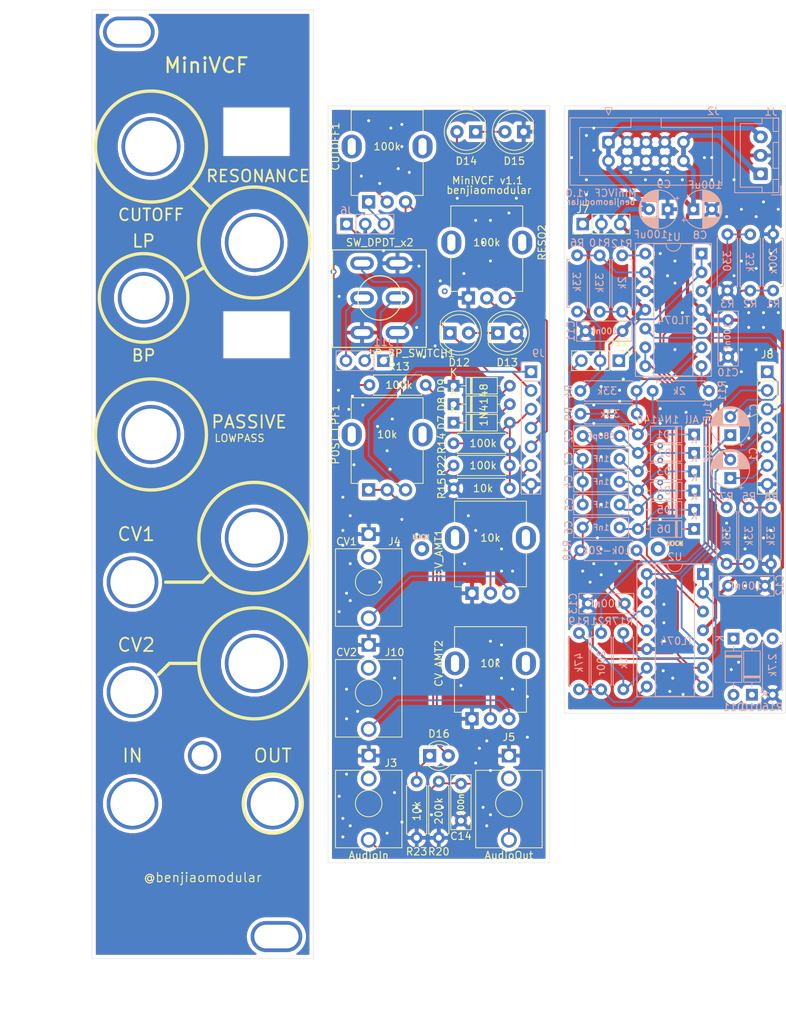
<source format=kicad_pcb>
(kicad_pcb (version 20171130) (host pcbnew 5.1.9+dfsg1-1~bpo10+1)
  (layers (0 F.Cu signal) (31 B.Cu signal) (34 B.Paste user) (35 F.Paste user) (36 B.SilkS user) (37 F.SilkS user) (38 B.Mask user) (39 F.Mask user) (44 Edge.Cuts user))
  (net 0 "")
  (net 1 "Net-(CUTOFF1-Pad2)")
  (net 2 "Net-(D12-Pad2)")
  (net 3 "Net-(D14-Pad1)")
  (net 4 GND1)
  (net 5 NEG12V_1)
  (net 6 POS12V_1)
  (net 7 A_5)
  (net 8 A_6)
  (net 9 "Net-(CV_AMT1-Pad2)")
  (net 10 "Net-(CV_AMT1-Pad3)")
  (net 11 "Net-(CV_AMT2-Pad2)")
  (net 12 "Net-(CV_AMT2-Pad3)")
  (net 13 A_7)
  (net 14 A_8)
  (net 15 A_9)
  (net 16 "Net-(C14-Pad2)")
  (net 17 A_CV_IN)
  (net 18 A_CLIPPING_LEDS)
  (net 19 A_AUDIO_IN)
  (net 20 A_AUDIO_OUT)
  (net 21 B_AUDIO_IN)
  (net 22 "Net-(C1-Pad2)")
  (net 23 "Net-(C2-Pad1)")
  (net 24 RESO_FEEDBACK)
  (net 25 B_9)
  (net 26 "Net-(C3-Pad1)")
  (net 27 "Net-(C4-Pad1)")
  (net 28 "Net-(C5-Pad1)")
  (net 29 "Net-(C6-Pad1)")
  (net 30 B_AUDIO_OUT)
  (net 31 "Net-(C7-Pad1)")
  (net 32 GND2)
  (net 33 +12V)
  (net 34 -12V)
  (net 35 "Net-(D1-Pad2)")
  (net 36 "Net-(D6-Pad1)")
  (net 37 "Net-(D7-Pad1)")
  (net 38 "Net-(D8-Pad1)")
  (net 39 "Net-(D10-Pad2)")
  (net 40 B_CLIPPING_LEDS)
  (net 41 B_CV_IN)
  (net 42 B_6)
  (net 43 B_5)
  (net 44 B_7)
  (net 45 B_8)
  (net 46 "Net-(R2-Pad1)")
  (net 47 "Net-(R4-Pad1)")
  (net 48 "Net-(R5-Pad1)")
  (net 49 "Net-(R5-Pad2)")
  (net 50 "Net-(R10-Pad1)")
  (net 51 "Net-(R11-Pad1)")
  (net 52 "Net-(R12-Pad1)")
  (net 53 "Net-(R17-Pad2)")
  (net 54 "Net-(R19-Pad2)")
  (net 55 "Net-(D16-Pad1)")
  (module LED_THT:LED_D5.0mm (layer F.Cu) (at 95 83.75)
    (fp_text reference D13 (at 1.27 4) (layer F.SilkS))
    (fp_text value LED)
    (pad 1 thru_hole rect (at 0 0) (size 1.8 1.8) (drill 0.9) (layers *.Cu *.Mask) (net 2 "Net-(D12-Pad2)"))
    (pad 2 thru_hole circle (at 2.54 0) (size 1.8 1.8) (drill 0.9) (layers *.Cu *.Mask) (net 4 GND1))
  )
  (module LED_THT:LED_D5.0mm (layer F.Cu) (at 88.5 83.75)
    (fp_text reference D12 (at 1.27 4) (layer F.SilkS))
    (fp_text value LED)
    (pad 2 thru_hole circle (at 2.54 0) (size 1.8 1.8) (drill 0.9) (layers *.Cu *.Mask) (net 2 "Net-(D12-Pad2)"))
    (pad 1 thru_hole rect (at 0 0) (size 1.8 1.8) (drill 0.9) (layers *.Cu *.Mask) (net 18 A_CLIPPING_LEDS))
  )
  (module Diode_THT:D_DO-35_SOD27_P7.62mm_Horizontal (layer B.Cu) (at 126.927 125.1415 270)
    (fp_text reference D11 (at 9.3 0 180) (layer B.SilkS) (effects (justify mirror)))
    (fp_text value 1N4148)
    (fp_text user K (at 0 1.8 90) (layer B.SilkS) (effects (justify mirror)))
    (pad 1 thru_hole rect (at 0 0 270) (size 1.6 1.6) (drill 0.8) (layers *.Cu *.Mask) (net 39 "Net-(D10-Pad2)"))
    (pad 2 thru_hole oval (at 7.62 0 270) (size 1.6 1.6) (drill 0.8) (layers *.Cu *.Mask) (net 24 RESO_FEEDBACK))
  )
  (module Diode_THT:D_DO-35_SOD27_P7.62mm_Horizontal (layer B.Cu) (at 129.427 132.7415 90)
    (fp_text reference D10 (at -1.7 0 180) (layer B.SilkS) (effects (justify mirror)))
    (fp_text value 1N4148)
    (fp_text user K (at 0 1.8 90) (layer B.SilkS) (effects (justify mirror)))
    (pad 1 thru_hole rect (at 0 0 90) (size 1.6 1.6) (drill 0.8) (layers *.Cu *.Mask) (net 24 RESO_FEEDBACK))
    (pad 2 thru_hole oval (at 7.62 0 90) (size 1.6 1.6) (drill 0.8) (layers *.Cu *.Mask) (net 39 "Net-(D10-Pad2)"))
  )
  (module benjiaomodular:Resistor_L6.3mm_D2.5mm_P7.62mm_Horizontal (layer B.Cu) (at 132.227 132.7415 90)
    (fp_text reference R16 (at -1.7 0 180) (layer B.SilkS) (effects (justify mirror)))
    (fp_text value 2.7k (at 4 0 90) (layer B.SilkS) (effects (justify mirror)))
    (pad 2 thru_hole oval (at 7.62 0 90) (size 1.6 1.6) (drill 0.8) (layers *.Cu *.Mask) (net 39 "Net-(D10-Pad2)"))
    (pad 1 thru_hole circle (at 0 0 90) (size 1.6 1.6) (drill 0.8) (layers *.Cu *.Mask) (net 32 GND2))
  )
  (module benjiaomodular:Wire_1mm (layer F.Cu) (at 84.709 113.03)
    (fp_text reference REF** hide)
    (fp_text value Wire_1mm)
    (pad 1 thru_hole circle (at 0 -0.05) (size 2 2) (drill 1) (layers *.Cu *.Mask))
  )
  (module benjiaomodular:Wire_1mm (layer F.Cu) (at 116.713 113.03)
    (fp_text reference REF** hide)
    (fp_text value Wire_1mm)
    (pad 1 thru_hole circle (at 0 -0.05) (size 2 2) (drill 1) (layers *.Cu *.Mask))
  )
  (module benjiaomodular:Potentiometer_RV09 (layer F.Cu) (at 77.5 105 90)
    (fp_text reference POST_LPF1 (at 7.5 -4.5 90) (layer F.SilkS))
    (fp_text value 10k (at 7.5 2.5 180) (layer F.SilkS))
    (pad 1 thru_hole rect (at 0 0 180) (size 1.8 1.8) (drill 1) (layers *.Cu *.Mask) (net 16 "Net-(C14-Pad2)"))
    (pad 3 thru_hole circle (at 0 5 180) (size 1.8 1.8) (drill 1) (layers *.Cu *.Mask) (net 20 A_AUDIO_OUT))
    (pad 2 thru_hole circle (at 0 2.5 180) (size 1.8 1.8) (drill 1) (layers *.Cu *.Mask) (net 16 "Net-(C14-Pad2)"))
    (pad "" thru_hole oval (at 7.5 7.3 180) (size 2.72 3.24) (drill oval 1.1 2.3) (layers *.Cu *.Mask))
    (pad "" thru_hole oval (at 7.5 -2.3 180) (size 2.72 3.24) (drill oval 1.1 2.3) (layers *.Cu *.Mask))
  )
  (module benjiaomodular:Panel_6HP (layer F.Cu) (at 40 40)
    (fp_text reference REF**)
    (fp_text value Panel_6HP)
    (pad "" thru_hole oval (at 25 125.5) (size 7 4.2) (drill oval 6 3.2) (layers *.Cu *.Mask))
    (pad "" thru_hole oval (at 5 3) (size 7 4.2) (drill oval 6 3.2) (layers *.Cu *.Mask))
  )
  (module Package_DIP:DIP-14_W7.62mm_Socket (layer B.Cu) (at 122.8 116.4 180)
    (fp_text reference U2 (at 3.81 2.33) (layer B.SilkS) (effects (justify mirror)))
    (fp_text value TL074 (at 3.6105 -9.076) (layer B.SilkS) (effects (justify mirror)))
    (pad 1 thru_hole rect (at 0 0 180) (size 1.6 1.6) (drill 0.8) (layers *.Cu *.Mask) (net 43 B_5))
    (pad 8 thru_hole oval (at 7.62 -15.24 180) (size 1.6 1.6) (drill 0.8) (layers *.Cu *.Mask) (net 54 "Net-(R19-Pad2)"))
    (pad 2 thru_hole oval (at 0 -2.54 180) (size 1.6 1.6) (drill 0.8) (layers *.Cu *.Mask) (net 43 B_5))
    (pad 9 thru_hole oval (at 7.62 -12.7 180) (size 1.6 1.6) (drill 0.8) (layers *.Cu *.Mask) (net 53 "Net-(R17-Pad2)"))
    (pad 3 thru_hole oval (at 0 -5.08 180) (size 1.6 1.6) (drill 0.8) (layers *.Cu *.Mask) (net 27 "Net-(C4-Pad1)"))
    (pad 10 thru_hole oval (at 7.62 -10.16 180) (size 1.6 1.6) (drill 0.8) (layers *.Cu *.Mask) (net 32 GND2))
    (pad 4 thru_hole oval (at 0 -7.62 180) (size 1.6 1.6) (drill 0.8) (layers *.Cu *.Mask) (net 33 +12V))
    (pad 11 thru_hole oval (at 7.62 -7.62 180) (size 1.6 1.6) (drill 0.8) (layers *.Cu *.Mask) (net 34 -12V))
    (pad 5 thru_hole oval (at 0 -10.16 180) (size 1.6 1.6) (drill 0.8) (layers *.Cu *.Mask) (net 42 B_6))
    (pad 12 thru_hole oval (at 7.62 -5.08 180) (size 1.6 1.6) (drill 0.8) (layers *.Cu *.Mask) (net 40 B_CLIPPING_LEDS))
    (pad 6 thru_hole oval (at 0 -12.7 180) (size 1.6 1.6) (drill 0.8) (layers *.Cu *.Mask) (net 39 "Net-(D10-Pad2)"))
    (pad 13 thru_hole oval (at 7.62 -2.54 180) (size 1.6 1.6) (drill 0.8) (layers *.Cu *.Mask) (net 31 "Net-(C7-Pad1)"))
    (pad 7 thru_hole oval (at 0 -15.24 180) (size 1.6 1.6) (drill 0.8) (layers *.Cu *.Mask) (net 24 RESO_FEEDBACK))
    (pad 14 thru_hole oval (at 7.62 0 180) (size 1.6 1.6) (drill 0.8) (layers *.Cu *.Mask) (net 31 "Net-(C7-Pad1)"))
  )
  (module benjiaomodular:Capacitor_Radial_D5.0mm_P2.5mm (layer B.Cu) (at 126.5 103.4 90)
    (fp_text reference C1 (at 3.2 3.1 90) (layer B.SilkS) (effects (justify mirror)))
    (fp_text value 1uF (at 3.4 -3 90) (layer B.SilkS) (effects (justify mirror)))
    (pad 1 thru_hole rect (at 0 0 90) (size 1.6 1.6) (drill 0.8) (layers *.Cu *.Mask) (net 21 B_AUDIO_IN))
    (pad 2 thru_hole circle (at 2.5 0 90) (size 1.6 1.6) (drill 0.8) (layers *.Cu *.Mask) (net 22 "Net-(C1-Pad2)"))
  )
  (module benjiaomodular:PanelHole_ToggleSwitch_MTS-101 (layer F.Cu) (at 47 79 180)
    (fp_text reference REF** hide)
    (fp_text value PanelHole_ToggleSwitch_MTS-101 hide)
    (pad "" thru_hole circle (at 0 0 90) (size 7 7) (drill 6) (layers *.Cu *.Mask))
  )
  (module benjiaomodular:PanelHole_Potentiometer_RV09 (layer F.Cu) (at 45.5 105 90)
    (fp_text reference REF** hide)
    (fp_text value PanelHole_Potentiometer_RV09 hide)
    (pad "" thru_hole circle (at 7.5 2.5 180) (size 8 8) (drill 7) (layers *.Cu *.Mask))
  )
  (module benjiaomodular:PanelHole_Potentiometer_RV09 (layer F.Cu) (at 59.5 79 90)
    (fp_text reference REF** hide)
    (fp_text value PanelHole_Potentiometer_RV09 hide)
    (pad "" thru_hole circle (at 7.5 2.5 180) (size 8 8) (drill 7) (layers *.Cu *.Mask))
  )
  (module benjiaomodular:PanelHole_Potentiometer_RV09 (layer F.Cu) (at 45.5 66 90)
    (fp_text reference REF** hide)
    (fp_text value PanelHole_Potentiometer_RV09 hide)
    (pad "" thru_hole circle (at 7.5 2.5 180) (size 8 8) (drill 7) (layers *.Cu *.Mask))
  )
  (module benjiaomodular:PanelHole_Potentiometer_RV09 (layer F.Cu) (at 59.5 119 90)
    (fp_text reference REF** hide)
    (fp_text value PanelHole_Potentiometer_RV09 hide)
    (pad "" thru_hole circle (at 7.5 2.5 180) (size 8 8) (drill 7) (layers *.Cu *.Mask))
  )
  (module benjiaomodular:PanelHole_Potentiometer_RV09 (layer F.Cu) (at 59.5 136 90)
    (fp_text reference REF** hide)
    (fp_text value PanelHole_Potentiometer_RV09 hide)
    (pad "" thru_hole circle (at 7.5 2.5 180) (size 8 8) (drill 7) (layers *.Cu *.Mask))
  )
  (module benjiaomodular:PanelHole_AudioJack_3.5mm (layer F.Cu) (at 45.5 111)
    (fp_text reference REF** hide)
    (fp_text value PanelHole_AudioJack_3.5mm hide)
    (pad "" thru_hole circle (at 0 6.5 180) (size 7 7) (drill 6) (layers *.Cu *.Mask))
  )
  (module benjiaomodular:PanelHole_AudioJack_3.5mm (layer F.Cu) (at 45.5 125.9)
    (fp_text reference REF** hide)
    (fp_text value PanelHole_AudioJack_3.5mm hide)
    (pad "" thru_hole circle (at 0 6.5 180) (size 7 7) (drill 6) (layers *.Cu *.Mask))
  )
  (module benjiaomodular:PanelHole_AudioJack_3.5mm (layer F.Cu) (at 45.5 141)
    (fp_text reference REF** hide)
    (fp_text value PanelHole_AudioJack_3.5mm hide)
    (pad "" thru_hole circle (at 0 6.5 180) (size 7 7) (drill 6) (layers *.Cu *.Mask))
  )
  (module benjiaomodular:PanelHole_AudioJack_3.5mm (layer F.Cu) (at 64.5 141)
    (fp_text reference REF** hide)
    (fp_text value PanelHole_AudioJack_3.5mm hide)
    (pad "" thru_hole circle (at 0 6.5 180) (size 7 7) (drill 6) (layers *.Cu *.Mask))
  )
  (module benjiaomodular:Capacitor_Radial_D5.0mm_P2.5mm (layer B.Cu) (at 126.5 97.6 90)
    (fp_text reference C7 (at 3.3 3.2 90) (layer B.SilkS) (effects (justify mirror)))
    (fp_text value 1uF (at 3.2 -3.1 90) (layer B.SilkS) (effects (justify mirror)))
    (pad 2 thru_hole circle (at 2.5 0 90) (size 1.6 1.6) (drill 0.8) (layers *.Cu *.Mask) (net 30 B_AUDIO_OUT))
    (pad 1 thru_hole rect (at 0 0 90) (size 1.6 1.6) (drill 0.8) (layers *.Cu *.Mask) (net 31 "Net-(C7-Pad1)"))
  )
  (module Capacitor_THT:C_Rect_L7.2mm_W2.5mm_P5.00mm_FKS2_FKP2_MKS2_MKP2 (layer B.Cu) (at 126.2 82 270)
    (fp_text reference C10 (at 7.1 0) (layer B.SilkS) (effects (justify mirror)))
    (fp_text value 100nF (at 2.3 0.1 90) (layer B.SilkS) (effects (font (size 0.8 0.8)) (justify mirror)))
    (pad 1 thru_hole circle (at 0 0 270) (size 1.6 1.6) (drill 0.8) (layers *.Cu *.Mask) (net 33 +12V))
    (pad 2 thru_hole circle (at 5 0 270) (size 1.6 1.6) (drill 0.8) (layers *.Cu *.Mask) (net 32 GND2))
  )
  (module Capacitor_THT:C_Rect_L7.2mm_W2.5mm_P5.00mm_FKS2_FKP2_MKS2_MKP2 (layer B.Cu) (at 106.9 83.5)
    (fp_text reference C11 (at -2 0 90) (layer B.SilkS) (effects (justify mirror)))
    (fp_text value 100nF (at 2.5 0) (layer B.SilkS) (effects (font (size 0.8 0.8)) (justify mirror)))
    (pad 2 thru_hole circle (at 5 0) (size 1.6 1.6) (drill 0.8) (layers *.Cu *.Mask) (net 34 -12V))
    (pad 1 thru_hole circle (at 0 0) (size 1.6 1.6) (drill 0.8) (layers *.Cu *.Mask) (net 32 GND2))
  )
  (module benjiaomodular:Capacitor_Rect_L7.2mm_W2.5mm_P5.00mm (layer F.Cu) (at 90 149.8 90)
    (fp_text reference C14 (at -2.1 0 180) (layer F.SilkS))
    (fp_text value 100nF (at 2.5 0 90) (layer F.SilkS) (effects (font (size 0.8 0.8))))
    (pad 2 thru_hole circle (at 5 0 90) (size 1.6 1.6) (drill 0.8) (layers *.Cu *.Mask) (net 16 "Net-(C14-Pad2)"))
    (pad 1 thru_hole circle (at 0 0 90) (size 1.6 1.6) (drill 0.8) (layers *.Cu *.Mask) (net 4 GND1))
  )
  (module Diode_THT:D_DO-35_SOD27_P7.62mm_Horizontal (layer F.Cu) (at 89 95.9)
    (fp_text reference D7 (at -1.6 0 90) (layer F.SilkS))
    (fp_text value 1N4148 hide)
    (fp_text user K (at 0 -1.8) (layer F.SilkS))
    (pad 2 thru_hole oval (at 7.62 0) (size 1.6 1.6) (drill 0.8) (layers *.Cu *.Mask) (net 17 A_CV_IN))
    (pad 1 thru_hole rect (at 0 0) (size 1.6 1.6) (drill 0.8) (layers *.Cu *.Mask) (net 37 "Net-(D7-Pad1)"))
  )
  (module Diode_THT:D_DO-35_SOD27_P7.62mm_Horizontal (layer F.Cu) (at 89 93.4)
    (fp_text reference D8 (at -1.6 0 90) (layer F.SilkS))
    (fp_text value 1N4148 hide)
    (fp_text user K (at 0 -1.8) (layer F.SilkS))
    (pad 1 thru_hole rect (at 0 0) (size 1.6 1.6) (drill 0.8) (layers *.Cu *.Mask) (net 38 "Net-(D8-Pad1)"))
    (pad 2 thru_hole oval (at 7.62 0) (size 1.6 1.6) (drill 0.8) (layers *.Cu *.Mask) (net 37 "Net-(D7-Pad1)"))
  )
  (module Diode_THT:D_DO-35_SOD27_P7.62mm_Horizontal (layer F.Cu) (at 89 90.9)
    (fp_text reference D9 (at -1.6 0 270) (layer F.SilkS))
    (fp_text value 1N4148 (at 4.1 2.6 90) (layer F.SilkS))
    (fp_text user K (at 0 -1.8) (layer F.SilkS))
    (pad 2 thru_hole oval (at 7.62 0) (size 1.6 1.6) (drill 0.8) (layers *.Cu *.Mask) (net 38 "Net-(D8-Pad1)"))
    (pad 1 thru_hole rect (at 0 0) (size 1.6 1.6) (drill 0.8) (layers *.Cu *.Mask) (net 4 GND1))
  )
  (module benjiaomodular:Resistor_L6.3mm_D2.5mm_P7.62mm_Horizontal (layer B.Cu) (at 132.3 78 90)
    (fp_text reference R1 (at -1.8 0) (layer B.SilkS) (effects (justify mirror)))
    (fp_text value 200k (at 4 0 270) (layer B.SilkS) (effects (justify mirror)))
    (pad 1 thru_hole circle (at 0 0 90) (size 1.6 1.6) (drill 0.8) (layers *.Cu *.Mask) (net 22 "Net-(C1-Pad2)"))
    (pad 2 thru_hole oval (at 7.62 0 90) (size 1.6 1.6) (drill 0.8) (layers *.Cu *.Mask) (net 32 GND2))
  )
  (module benjiaomodular:Resistor_L6.3mm_D2.5mm_P7.62mm_Horizontal (layer B.Cu) (at 129.2 70.4 270)
    (fp_text reference R2 (at 9.4 0) (layer B.SilkS) (effects (justify mirror)))
    (fp_text value 33k (at 3.768 0 270) (layer B.SilkS) (effects (justify mirror)))
    (pad 2 thru_hole oval (at 7.62 0 270) (size 1.6 1.6) (drill 0.8) (layers *.Cu *.Mask) (net 22 "Net-(C1-Pad2)"))
    (pad 1 thru_hole circle (at 0 0 270) (size 1.6 1.6) (drill 0.8) (layers *.Cu *.Mask) (net 46 "Net-(R2-Pad1)"))
  )
  (module benjiaomodular:Resistor_L6.3mm_D2.5mm_P7.62mm_Horizontal (layer B.Cu) (at 126.1 78 90)
    (fp_text reference R3 (at -1.8 0) (layer B.SilkS) (effects (justify mirror)))
    (fp_text value 330 (at 4 0 270) (layer B.SilkS) (effects (justify mirror)))
    (pad 2 thru_hole oval (at 7.62 0 90) (size 1.6 1.6) (drill 0.8) (layers *.Cu *.Mask) (net 46 "Net-(R2-Pad1)"))
    (pad 1 thru_hole circle (at 0 0 90) (size 1.6 1.6) (drill 0.8) (layers *.Cu *.Mask) (net 32 GND2))
  )
  (module benjiaomodular:Resistor_L6.3mm_D2.5mm_P7.62mm_Horizontal (layer B.Cu) (at 105.75 80.85 90)
    (fp_text reference R6 (at 9.3 0) (layer B.SilkS) (effects (justify mirror)))
    (fp_text value 33k (at 4 0 90) (layer B.SilkS) (effects (justify mirror)))
    (pad 2 thru_hole oval (at 7.62 0 90) (size 1.6 1.6) (drill 0.8) (layers *.Cu *.Mask) (net 50 "Net-(R10-Pad1)"))
    (pad 1 thru_hole circle (at 0 0 90) (size 1.6 1.6) (drill 0.8) (layers *.Cu *.Mask) (net 44 B_7))
  )
  (module benjiaomodular:Resistor_L6.3mm_D2.5mm_P7.62mm_Horizontal (layer B.Cu) (at 108.8 73.25 270)
    (fp_text reference R10 (at -1.7 0) (layer B.SilkS) (effects (justify mirror)))
    (fp_text value 33k (at 3.712 0 90) (layer B.SilkS) (effects (justify mirror)))
    (pad 2 thru_hole oval (at 7.62 0 270) (size 1.6 1.6) (drill 0.8) (layers *.Cu *.Mask) (net 36 "Net-(D6-Pad1)"))
    (pad 1 thru_hole circle (at 0 0 270) (size 1.6 1.6) (drill 0.8) (layers *.Cu *.Mask) (net 50 "Net-(R10-Pad1)"))
  )
  (module benjiaomodular:Resistor_L6.3mm_D2.5mm_P7.62mm_Horizontal (layer B.Cu) (at 111.85 73.25 270)
    (fp_text reference R12 (at -1.6 0.05 180) (layer B.SilkS) (effects (justify mirror)))
    (fp_text value 2k (at 3.712 0 90) (layer B.SilkS) (effects (justify mirror)))
    (pad 1 thru_hole circle (at 0 0 270) (size 1.6 1.6) (drill 0.8) (layers *.Cu *.Mask) (net 52 "Net-(R12-Pad1)"))
    (pad 2 thru_hole oval (at 7.62 0 270) (size 1.6 1.6) (drill 0.8) (layers *.Cu *.Mask) (net 36 "Net-(D6-Pad1)"))
  )
  (module benjiaomodular:Resistor_L6.3mm_D2.5mm_P7.62mm_Horizontal (layer F.Cu) (at 77.6 90.8)
    (fp_text reference R13 (at 4 -2.5) (layer F.SilkS))
    (fp_text value 100k (at 4 0) (layer F.SilkS))
    (pad 2 thru_hole oval (at 7.62 0) (size 1.6 1.6) (drill 0.8) (layers *.Cu *.Mask) (net 17 A_CV_IN))
    (pad 1 thru_hole circle (at 0 0) (size 1.6 1.6) (drill 0.8) (layers *.Cu *.Mask) (net 1 "Net-(CUTOFF1-Pad2)"))
  )
  (module benjiaomodular:Resistor_L6.3mm_D2.5mm_P7.62mm_Horizontal (layer F.Cu) (at 89 98.7)
    (fp_text reference R14 (at -1.6 0 90) (layer F.SilkS))
    (fp_text value 100k (at 4 0) (layer F.SilkS))
    (pad 1 thru_hole circle (at 0 0) (size 1.6 1.6) (drill 0.8) (layers *.Cu *.Mask) (net 9 "Net-(CV_AMT1-Pad2)"))
    (pad 2 thru_hole oval (at 7.62 0) (size 1.6 1.6) (drill 0.8) (layers *.Cu *.Mask) (net 17 A_CV_IN))
  )
  (module benjiaomodular:Resistor_L6.3mm_D2.5mm_P7.62mm_Horizontal (layer F.Cu) (at 89 104.8)
    (fp_text reference R15 (at -1.6 0 270) (layer F.SilkS))
    (fp_text value 10k (at 4 0) (layer F.SilkS))
    (pad 2 thru_hole oval (at 7.62 0) (size 1.6 1.6) (drill 0.8) (layers *.Cu *.Mask) (net 17 A_CV_IN))
    (pad 1 thru_hole circle (at 0 0) (size 1.6 1.6) (drill 0.8) (layers *.Cu *.Mask) (net 4 GND1))
  )
  (module benjiaomodular:Resistor_L6.3mm_D2.5mm_P7.62mm_Horizontal (layer F.Cu) (at 87 144.5 270)
    (fp_text reference R20 (at 9.5 0 180) (layer F.SilkS))
    (fp_text value 200k (at 4 0 90) (layer F.SilkS))
    (pad 2 thru_hole oval (at 7.62 0 270) (size 1.6 1.6) (drill 0.8) (layers *.Cu *.Mask) (net 4 GND1))
    (pad 1 thru_hole circle (at 0 0 270) (size 1.6 1.6) (drill 0.8) (layers *.Cu *.Mask) (net 16 "Net-(C14-Pad2)"))
  )
  (module benjiaomodular:Resistor_L6.3mm_D2.5mm_P7.62mm_Horizontal (layer F.Cu) (at 89 101.7)
    (fp_text reference R22 (at -1.6 0 90) (layer F.SilkS))
    (fp_text value 100k (at 4 0) (layer F.SilkS))
    (pad 2 thru_hole oval (at 7.62 0) (size 1.6 1.6) (drill 0.8) (layers *.Cu *.Mask) (net 17 A_CV_IN))
    (pad 1 thru_hole circle (at 0 0) (size 1.6 1.6) (drill 0.8) (layers *.Cu *.Mask) (net 11 "Net-(CV_AMT2-Pad2)"))
  )
  (module Package_DIP:DIP-14_W7.62mm_Socket (layer B.Cu) (at 122.6 73 180)
    (fp_text reference U1 (at 3.81 2.25) (layer B.SilkS) (effects (justify mirror)))
    (fp_text value TL074 (at 3.7915 -9.042) (layer B.SilkS) (effects (justify mirror)))
    (pad 14 thru_hole oval (at 7.62 0 180) (size 1.6 1.6) (drill 0.8) (layers *.Cu *.Mask) (net 52 "Net-(R12-Pad1)"))
    (pad 7 thru_hole oval (at 0 -15.24 180) (size 1.6 1.6) (drill 0.8) (layers *.Cu *.Mask) (net 51 "Net-(R11-Pad1)"))
    (pad 13 thru_hole oval (at 7.62 -2.54 180) (size 1.6 1.6) (drill 0.8) (layers *.Cu *.Mask) (net 50 "Net-(R10-Pad1)"))
    (pad 6 thru_hole oval (at 0 -12.7 180) (size 1.6 1.6) (drill 0.8) (layers *.Cu *.Mask) (net 47 "Net-(R4-Pad1)"))
    (pad 12 thru_hole oval (at 7.62 -5.08 180) (size 1.6 1.6) (drill 0.8) (layers *.Cu *.Mask) (net 32 GND2))
    (pad 5 thru_hole oval (at 0 -10.16 180) (size 1.6 1.6) (drill 0.8) (layers *.Cu *.Mask) (net 48 "Net-(R5-Pad1)"))
    (pad 11 thru_hole oval (at 7.62 -7.62 180) (size 1.6 1.6) (drill 0.8) (layers *.Cu *.Mask) (net 34 -12V))
    (pad 4 thru_hole oval (at 0 -7.62 180) (size 1.6 1.6) (drill 0.8) (layers *.Cu *.Mask) (net 33 +12V))
    (pad 10 thru_hole oval (at 7.62 -10.16 180) (size 1.6 1.6) (drill 0.8) (layers *.Cu *.Mask) (net 41 B_CV_IN))
    (pad 3 thru_hole oval (at 0 -5.08 180) (size 1.6 1.6) (drill 0.8) (layers *.Cu *.Mask) (net 46 "Net-(R2-Pad1)"))
    (pad 9 thru_hole oval (at 7.62 -12.7 180) (size 1.6 1.6) (drill 0.8) (layers *.Cu *.Mask) (net 49 "Net-(R5-Pad2)"))
    (pad 2 thru_hole oval (at 0 -2.54 180) (size 1.6 1.6) (drill 0.8) (layers *.Cu *.Mask) (net 45 B_8))
    (pad 8 thru_hole oval (at 7.62 -15.24 180) (size 1.6 1.6) (drill 0.8) (layers *.Cu *.Mask) (net 49 "Net-(R5-Pad2)"))
    (pad 1 thru_hole rect (at 0 0 180) (size 1.6 1.6) (drill 0.8) (layers *.Cu *.Mask) (net 45 B_8))
  )
  (module benjiaomodular:Resistor_L6.3mm_D2.5mm_P7.62mm_Horizontal (layer F.Cu) (at 84 144.5 270)
    (fp_text reference R23 (at 9.5 0 180) (layer F.SilkS))
    (fp_text value 10k (at 4 0 90) (layer F.SilkS))
    (pad 2 thru_hole oval (at 7.62 0 270) (size 1.6 1.6) (drill 0.8) (layers *.Cu *.Mask) (net 4 GND1))
    (pad 1 thru_hole circle (at 0 0 270) (size 1.6 1.6) (drill 0.8) (layers *.Cu *.Mask) (net 55 "Net-(D16-Pad1)"))
  )
  (module Capacitor_THT:CP_Radial_D5.0mm_P2.50mm (layer B.Cu) (at 121.5 67)
    (fp_text reference C8 (at 0.9 3.5) (layer B.SilkS) (effects (justify mirror)))
    (fp_text value 100uF (at 1.6 -3.3) (layer B.SilkS) (effects (justify mirror)))
    (pad 2 thru_hole circle (at 2.5 0) (size 1.6 1.6) (drill 0.8) (layers *.Cu *.Mask) (net 32 GND2))
    (pad 1 thru_hole rect (at 0 0) (size 1.6 1.6) (drill 0.8) (layers *.Cu *.Mask) (net 33 +12V))
  )
  (module Capacitor_THT:CP_Radial_D5.0mm_P2.50mm (layer B.Cu) (at 118 67 180)
    (fp_text reference C9 (at 0.5 3.4) (layer B.SilkS) (effects (justify mirror)))
    (fp_text value 100uF (at 2.3 -3.4) (layer B.SilkS) (effects (justify mirror)))
    (pad 1 thru_hole rect (at 0 0 180) (size 1.6 1.6) (drill 0.8) (layers *.Cu *.Mask) (net 32 GND2))
    (pad 2 thru_hole circle (at 2.5 0 180) (size 1.6 1.6) (drill 0.8) (layers *.Cu *.Mask) (net 34 -12V))
  )
  (module benjiaomodular:Potentiometer_RV09 (layer F.Cu) (at 77.5 66 90)
    (fp_text reference CUTOFF1 (at 7.5 -4.5 90) (layer F.SilkS))
    (fp_text value 100k (at 7.5 2.5 180) (layer F.SilkS))
    (pad 1 thru_hole rect (at 0 0 180) (size 1.8 1.8) (drill 1) (layers *.Cu *.Mask) (net 5 NEG12V_1))
    (pad 3 thru_hole circle (at 0 5 180) (size 1.8 1.8) (drill 1) (layers *.Cu *.Mask) (net 6 POS12V_1))
    (pad 2 thru_hole circle (at 0 2.5 180) (size 1.8 1.8) (drill 1) (layers *.Cu *.Mask) (net 1 "Net-(CUTOFF1-Pad2)"))
    (pad "" thru_hole oval (at 7.5 7.3 180) (size 2.72 3.24) (drill oval 1.1 2.3) (layers *.Cu *.Mask))
    (pad "" thru_hole oval (at 7.5 -2.3 180) (size 2.72 3.24) (drill oval 1.1 2.3) (layers *.Cu *.Mask))
  )
  (module benjiaomodular:Potentiometer_RV09 (layer F.Cu) (at 91.5 119 90)
    (fp_text reference CV_AMT1 (at 5.5 -4.5 90) (layer F.SilkS))
    (fp_text value 10k (at 7.5 2.5 180) (layer F.SilkS))
    (pad "" thru_hole oval (at 7.5 -2.3 180) (size 2.72 3.24) (drill oval 1.1 2.3) (layers *.Cu *.Mask))
    (pad "" thru_hole oval (at 7.5 7.3 180) (size 2.72 3.24) (drill oval 1.1 2.3) (layers *.Cu *.Mask))
    (pad 2 thru_hole circle (at 0 2.5 180) (size 1.8 1.8) (drill 1) (layers *.Cu *.Mask) (net 9 "Net-(CV_AMT1-Pad2)"))
    (pad 3 thru_hole circle (at 0 5 180) (size 1.8 1.8) (drill 1) (layers *.Cu *.Mask) (net 10 "Net-(CV_AMT1-Pad3)"))
    (pad 1 thru_hole rect (at 0 0 180) (size 1.8 1.8) (drill 1) (layers *.Cu *.Mask) (net 4 GND1))
  )
  (module benjiaomodular:Potentiometer_RV09 (layer F.Cu) (at 91.5 136 90)
    (fp_text reference CV_AMT2 (at 7.5 -4.5 90) (layer F.SilkS))
    (fp_text value 10k (at 7.5 2.5 180) (layer F.SilkS))
    (pad 1 thru_hole rect (at 0 0 180) (size 1.8 1.8) (drill 1) (layers *.Cu *.Mask) (net 4 GND1))
    (pad 3 thru_hole circle (at 0 5 180) (size 1.8 1.8) (drill 1) (layers *.Cu *.Mask) (net 12 "Net-(CV_AMT2-Pad3)"))
    (pad 2 thru_hole circle (at 0 2.5 180) (size 1.8 1.8) (drill 1) (layers *.Cu *.Mask) (net 11 "Net-(CV_AMT2-Pad2)"))
    (pad "" thru_hole oval (at 7.5 7.3 180) (size 2.72 3.24) (drill oval 1.1 2.3) (layers *.Cu *.Mask))
    (pad "" thru_hole oval (at 7.5 -2.3 180) (size 2.72 3.24) (drill oval 1.1 2.3) (layers *.Cu *.Mask))
  )
  (module LED_THT:LED_D5.0mm (layer F.Cu) (at 92 56.5 180)
    (fp_text reference D14 (at 1.27 -3.96) (layer F.SilkS))
    (fp_text value LED)
    (pad 2 thru_hole circle (at 2.54 0 180) (size 1.8 1.8) (drill 0.9) (layers *.Cu *.Mask) (net 18 A_CLIPPING_LEDS))
    (pad 1 thru_hole rect (at 0 0 180) (size 1.8 1.8) (drill 0.9) (layers *.Cu *.Mask) (net 3 "Net-(D14-Pad1)"))
  )
  (module LED_THT:LED_D5.0mm (layer F.Cu) (at 98.5 56.5 180)
    (fp_text reference D15 (at 1.27 -3.96) (layer F.SilkS))
    (fp_text value LED)
    (pad 1 thru_hole rect (at 0 0 180) (size 1.8 1.8) (drill 0.9) (layers *.Cu *.Mask) (net 4 GND1))
    (pad 2 thru_hole circle (at 2.54 0 180) (size 1.8 1.8) (drill 0.9) (layers *.Cu *.Mask) (net 3 "Net-(D14-Pad1)"))
  )
  (module LED_THT:LED_D3.0mm (layer F.Cu) (at 85.75 141)
    (fp_text reference D16 (at 1.27 -2.96) (layer F.SilkS))
    (fp_text value LED)
    (pad 1 thru_hole rect (at 0 0) (size 1.8 1.8) (drill 0.9) (layers *.Cu *.Mask) (net 55 "Net-(D16-Pad1)"))
    (pad 2 thru_hole circle (at 2.54 0) (size 1.8 1.8) (drill 0.9) (layers *.Cu *.Mask) (net 6 POS12V_1))
  )
  (module Connector_JST:JST_XH_B3B-XH-A_1x03_P2.50mm_Vertical (layer B.Cu) (at 130.6 62.2 90)
    (fp_text reference J1 (at 8.4 1.4) (layer B.SilkS) (effects (justify mirror)))
    (fp_text value JST_BUS)
    (pad 1 thru_hole roundrect (at 0 0 90) (size 1.7 1.95) (drill 0.95) (layers *.Cu *.Mask) (roundrect_rratio 0.1470588235294118) (net 33 +12V))
    (pad 2 thru_hole oval (at 2.5 0 90) (size 1.7 1.95) (drill 0.95) (layers *.Cu *.Mask) (net 32 GND2))
    (pad 3 thru_hole oval (at 5 0 90) (size 1.7 1.95) (drill 0.95) (layers *.Cu *.Mask) (net 34 -12V))
  )
  (module Connector_IDC:IDC-Header_2x05_P2.54mm_Vertical (layer B.Cu) (at 110 57.9 270)
    (fp_text reference J2 (at -4.2 -14.2) (layer B.SilkS) (effects (justify mirror)))
    (fp_text value IDC_BUS)
    (pad 1 thru_hole roundrect (at 0 0 270) (size 1.7 1.7) (drill 1) (layers *.Cu *.Mask) (roundrect_rratio 0.1470588235294118) (net 34 -12V))
    (pad 3 thru_hole circle (at 0 -2.54 270) (size 1.7 1.7) (drill 1) (layers *.Cu *.Mask) (net 32 GND2))
    (pad 5 thru_hole circle (at 0 -5.08 270) (size 1.7 1.7) (drill 1) (layers *.Cu *.Mask) (net 32 GND2))
    (pad 7 thru_hole circle (at 0 -7.62 270) (size 1.7 1.7) (drill 1) (layers *.Cu *.Mask) (net 32 GND2))
    (pad 9 thru_hole circle (at 0 -10.16 270) (size 1.7 1.7) (drill 1) (layers *.Cu *.Mask) (net 33 +12V))
    (pad 2 thru_hole circle (at 2.54 0 270) (size 1.7 1.7) (drill 1) (layers *.Cu *.Mask) (net 34 -12V))
    (pad 4 thru_hole circle (at 2.54 -2.54 270) (size 1.7 1.7) (drill 1) (layers *.Cu *.Mask) (net 32 GND2))
    (pad 6 thru_hole circle (at 2.54 -5.08 270) (size 1.7 1.7) (drill 1) (layers *.Cu *.Mask) (net 32 GND2))
    (pad 8 thru_hole circle (at 2.54 -7.62 270) (size 1.7 1.7) (drill 1) (layers *.Cu *.Mask) (net 32 GND2))
    (pad 10 thru_hole circle (at 2.54 -10.16 270) (size 1.7 1.7) (drill 1) (layers *.Cu *.Mask) (net 33 +12V))
  )
  (module benjiaomodular:AudioJack_3.5mm (layer F.Cu) (at 77.5 141)
    (fp_text reference J3 (at 3 1) (layer F.SilkS))
    (fp_text value AudioIn (at 0 13.5) (layer F.SilkS))
    (pad T thru_hole circle (at 0 11.4 180) (size 2.13 2.13) (drill 1.43) (layers *.Cu *.Mask) (net 19 A_AUDIO_IN))
    (pad TN thru_hole circle (at 0 3.1 180) (size 2.13 2.13) (drill 1.42) (layers *.Cu *.Mask))
    (pad S thru_hole rect (at 0 0 180) (size 1.93 1.83) (drill 1.22) (layers *.Cu *.Mask) (net 4 GND1))
  )
  (module benjiaomodular:AudioJack_3.5mm (layer F.Cu) (at 77.5 111)
    (fp_text reference J4 (at 3.5 1) (layer F.SilkS))
    (fp_text value CV1 (at -3 1) (layer F.SilkS))
    (pad T thru_hole circle (at 0 11.4 180) (size 2.13 2.13) (drill 1.43) (layers *.Cu *.Mask) (net 10 "Net-(CV_AMT1-Pad3)"))
    (pad TN thru_hole circle (at 0 3.1 180) (size 2.13 2.13) (drill 1.42) (layers *.Cu *.Mask))
    (pad S thru_hole rect (at 0 0 180) (size 1.93 1.83) (drill 1.22) (layers *.Cu *.Mask) (net 4 GND1))
  )
  (module benjiaomodular:AudioJack_3.5mm (layer F.Cu) (at 96.5 141)
    (fp_text reference J5 (at 0 -2.5) (layer F.SilkS))
    (fp_text value AudioOut (at 0 13.5) (layer F.SilkS))
    (pad S thru_hole rect (at 0 0 180) (size 1.93 1.83) (drill 1.22) (layers *.Cu *.Mask) (net 4 GND1))
    (pad TN thru_hole circle (at 0 3.1 180) (size 2.13 2.13) (drill 1.42) (layers *.Cu *.Mask))
    (pad T thru_hole circle (at 0 11.4 180) (size 2.13 2.13) (drill 1.43) (layers *.Cu *.Mask) (net 16 "Net-(C14-Pad2)"))
  )
  (module Connector_PinSocket_2.54mm:PinSocket_1x03_P2.54mm_Vertical (layer B.Cu) (at 74.5 69 270)
    (fp_text reference J6 (at -1.8 0) (layer B.SilkS) (effects (justify mirror)))
    (fp_text value CONN_PWR1)
    (pad 1 thru_hole rect (at 0 0 270) (size 1.7 1.7) (drill 1) (layers *.Cu *.Mask) (net 6 POS12V_1))
    (pad 2 thru_hole oval (at 0 -2.54 270) (size 1.7 1.7) (drill 1) (layers *.Cu *.Mask) (net 4 GND1))
    (pad 3 thru_hole oval (at 0 -5.08 270) (size 1.7 1.7) (drill 1) (layers *.Cu *.Mask) (net 5 NEG12V_1))
  )
  (module Connector_PinHeader_2.54mm:PinHeader_1x03_P2.54mm_Vertical (layer F.Cu) (at 106.5 69 90)
    (fp_text reference J7 (at 2 0 180) (layer F.SilkS))
    (fp_text value CONN_PWR2)
    (pad 3 thru_hole oval (at 0 5.08 90) (size 1.7 1.7) (drill 1) (layers *.Cu *.Mask) (net 34 -12V))
    (pad 2 thru_hole oval (at 0 2.54 90) (size 1.7 1.7) (drill 1) (layers *.Cu *.Mask) (net 32 GND2))
    (pad 1 thru_hole rect (at 0 0 90) (size 1.7 1.7) (drill 1) (layers *.Cu *.Mask) (net 33 +12V))
  )
  (module Connector_PinHeader_2.54mm:PinHeader_1x07_P2.54mm_Vertical (layer F.Cu) (at 131.5 89)
    (fp_text reference J8 (at 0 -2.33) (layer F.SilkS))
    (fp_text value MAIN_BOARD_CONN)
    (pad 1 thru_hole rect (at 0 0) (size 1.7 1.7) (drill 1) (layers *.Cu *.Mask) (net 30 B_AUDIO_OUT))
    (pad 2 thru_hole oval (at 0 2.54) (size 1.7 1.7) (drill 1) (layers *.Cu *.Mask) (net 40 B_CLIPPING_LEDS))
    (pad 3 thru_hole oval (at 0 5.08) (size 1.7 1.7) (drill 1) (layers *.Cu *.Mask) (net 41 B_CV_IN))
    (pad 4 thru_hole oval (at 0 7.62) (size 1.7 1.7) (drill 1) (layers *.Cu *.Mask) (net 42 B_6))
    (pad 5 thru_hole oval (at 0 10.16) (size 1.7 1.7) (drill 1) (layers *.Cu *.Mask) (net 43 B_5))
    (pad 6 thru_hole oval (at 0 12.7) (size 1.7 1.7) (drill 1) (layers *.Cu *.Mask) (net 21 B_AUDIO_IN))
    (pad 7 thru_hole oval (at 0 15.24) (size 1.7 1.7) (drill 1) (layers *.Cu *.Mask) (net 32 GND2))
  )
  (module Connector_PinSocket_2.54mm:PinSocket_1x07_P2.54mm_Vertical (layer B.Cu) (at 99.5 89 180)
    (fp_text reference J9 (at -1 2.5) (layer B.SilkS) (effects (justify mirror)))
    (fp_text value CTRL_PANEL_CONN)
    (pad 1 thru_hole rect (at 0 0 180) (size 1.7 1.7) (drill 1) (layers *.Cu *.Mask) (net 20 A_AUDIO_OUT))
    (pad 2 thru_hole oval (at 0 -2.54 180) (size 1.7 1.7) (drill 1) (layers *.Cu *.Mask) (net 18 A_CLIPPING_LEDS))
    (pad 3 thru_hole oval (at 0 -5.08 180) (size 1.7 1.7) (drill 1) (layers *.Cu *.Mask) (net 17 A_CV_IN))
    (pad 4 thru_hole oval (at 0 -7.62 180) (size 1.7 1.7) (drill 1) (layers *.Cu *.Mask) (net 8 A_6))
    (pad 5 thru_hole oval (at 0 -10.16 180) (size 1.7 1.7) (drill 1) (layers *.Cu *.Mask) (net 7 A_5))
    (pad 6 thru_hole oval (at 0 -12.7 180) (size 1.7 1.7) (drill 1) (layers *.Cu *.Mask) (net 19 A_AUDIO_IN))
    (pad 7 thru_hole oval (at 0 -15.24 180) (size 1.7 1.7) (drill 1) (layers *.Cu *.Mask) (net 4 GND1))
  )
  (module benjiaomodular:AudioJack_3.5mm (layer F.Cu) (at 77.5 126)
    (fp_text reference J10 (at 3.5 1) (layer F.SilkS))
    (fp_text value CV2 (at -3 1) (layer F.SilkS))
    (pad S thru_hole rect (at 0 0 180) (size 1.93 1.83) (drill 1.22) (layers *.Cu *.Mask) (net 4 GND1))
    (pad TN thru_hole circle (at 0 3.1 180) (size 2.13 2.13) (drill 1.42) (layers *.Cu *.Mask))
    (pad T thru_hole circle (at 0 11.4 180) (size 2.13 2.13) (drill 1.43) (layers *.Cu *.Mask) (net 12 "Net-(CV_AMT2-Pad3)"))
  )
  (module Connector_PinSocket_2.54mm:PinSocket_1x03_P2.54mm_Vertical (layer B.Cu) (at 79.5 87.5 90)
    (fp_text reference J11 (at 2.5 0) (layer B.SilkS) (effects (justify mirror)))
    (fp_text value CTRL_PANEL_CONN2)
    (pad 3 thru_hole oval (at 0 -5.08 90) (size 1.7 1.7) (drill 1) (layers *.Cu *.Mask) (net 15 A_9))
    (pad 2 thru_hole oval (at 0 -2.54 90) (size 1.7 1.7) (drill 1) (layers *.Cu *.Mask) (net 13 A_7))
    (pad 1 thru_hole rect (at 0 0 90) (size 1.7 1.7) (drill 1) (layers *.Cu *.Mask) (net 14 A_8))
  )
  (module Connector_PinHeader_2.54mm:PinHeader_1x03_P2.54mm_Vertical (layer F.Cu) (at 111.4 87.5 270)
    (fp_text reference J12 (at -2.5 0 180) (layer F.SilkS))
    (fp_text value MAIN_BOARD_CONN2)
    (pad 1 thru_hole rect (at 0 0 270) (size 1.7 1.7) (drill 1) (layers *.Cu *.Mask) (net 45 B_8))
    (pad 2 thru_hole oval (at 0 2.54 270) (size 1.7 1.7) (drill 1) (layers *.Cu *.Mask) (net 44 B_7))
    (pad 3 thru_hole oval (at 0 5.08 270) (size 1.7 1.7) (drill 1) (layers *.Cu *.Mask) (net 25 B_9))
  )
  (module benjiaomodular:Potentiometer_RV09 (layer F.Cu) (at 91 79 90)
    (fp_text reference RESO2 (at 7.5 10 270) (layer F.SilkS))
    (fp_text value 100k (at 7.5 2.5 180) (layer F.SilkS))
    (pad "" thru_hole oval (at 7.5 -2.3 180) (size 2.72 3.24) (drill oval 1.1 2.3) (layers *.Cu *.Mask))
    (pad "" thru_hole oval (at 7.5 7.3 180) (size 2.72 3.24) (drill oval 1.1 2.3) (layers *.Cu *.Mask))
    (pad 2 thru_hole circle (at 0 2.5 180) (size 1.8 1.8) (drill 1) (layers *.Cu *.Mask) (net 8 A_6))
    (pad 3 thru_hole circle (at 0 5 180) (size 1.8 1.8) (drill 1) (layers *.Cu *.Mask) (net 7 A_5))
    (pad 1 thru_hole rect (at 0 0 180) (size 1.8 1.8) (drill 1) (layers *.Cu *.Mask) (net 4 GND1))
  )
  (module benjiaomodular:Capacitor_Rect_L7.2mm_W2.5mm_P5.00mm (layer B.Cu) (at 111.5 97.7 180)
    (fp_text reference C2 (at 6.9 0 90) (layer B.SilkS) (effects (justify mirror)))
    (fp_text value 680pF (at 2.5 0) (layer B.SilkS) (effects (font (size 0.8 0.8)) (justify mirror)))
    (pad 1 thru_hole circle (at 0 0 180) (size 1.6 1.6) (drill 0.8) (layers *.Cu *.Mask) (net 23 "Net-(C2-Pad1)"))
    (pad 2 thru_hole circle (at 5 0 180) (size 1.6 1.6) (drill 0.8) (layers *.Cu *.Mask) (net 24 RESO_FEEDBACK))
  )
  (module benjiaomodular:Capacitor_Rect_L7.2mm_W2.5mm_P5.00mm (layer B.Cu) (at 111.5 100.8 180)
    (fp_text reference C3 (at 6.9 0 90) (layer B.SilkS) (effects (justify mirror)))
    (fp_text value 1nF (at 2.5 0) (layer B.SilkS) (effects (font (size 0.8 0.8)) (justify mirror)))
    (pad 2 thru_hole circle (at 5 0 180) (size 1.6 1.6) (drill 0.8) (layers *.Cu *.Mask) (net 25 B_9))
    (pad 1 thru_hole circle (at 0 0 180) (size 1.6 1.6) (drill 0.8) (layers *.Cu *.Mask) (net 26 "Net-(C3-Pad1)"))
  )
  (module benjiaomodular:Capacitor_Rect_L7.2mm_W2.5mm_P5.00mm (layer B.Cu) (at 111.5 103.9 180)
    (fp_text reference C4 (at 6.9 0 90) (layer B.SilkS) (effects (justify mirror)))
    (fp_text value 1nF (at 2.5 0) (layer B.SilkS) (effects (font (size 0.8 0.8)) (justify mirror)))
    (pad 2 thru_hole circle (at 5 0 180) (size 1.6 1.6) (drill 0.8) (layers *.Cu *.Mask) (net 25 B_9))
    (pad 1 thru_hole circle (at 0 0 180) (size 1.6 1.6) (drill 0.8) (layers *.Cu *.Mask) (net 27 "Net-(C4-Pad1)"))
  )
  (module benjiaomodular:Capacitor_Rect_L7.2mm_W2.5mm_P5.00mm (layer B.Cu) (at 111.5 107 180)
    (fp_text reference C5 (at 6.8 0 90) (layer B.SilkS) (effects (justify mirror)))
    (fp_text value 1nF (at 2.5 0) (layer B.SilkS) (effects (font (size 0.8 0.8)) (justify mirror)))
    (pad 1 thru_hole circle (at 0 0 180) (size 1.6 1.6) (drill 0.8) (layers *.Cu *.Mask) (net 28 "Net-(C5-Pad1)"))
    (pad 2 thru_hole circle (at 5 0 180) (size 1.6 1.6) (drill 0.8) (layers *.Cu *.Mask) (net 25 B_9))
  )
  (module benjiaomodular:Capacitor_Rect_L7.2mm_W2.5mm_P5.00mm (layer B.Cu) (at 111.5 110.1 180)
    (fp_text reference C6 (at 6.9 0 90) (layer B.SilkS) (effects (justify mirror)))
    (fp_text value 1nF (at 2.5 0) (layer B.SilkS) (effects (font (size 0.8 0.8)) (justify mirror)))
    (pad 2 thru_hole circle (at 5 0 180) (size 1.6 1.6) (drill 0.8) (layers *.Cu *.Mask) (net 24 RESO_FEEDBACK))
    (pad 1 thru_hole circle (at 0 0 180) (size 1.6 1.6) (drill 0.8) (layers *.Cu *.Mask) (net 29 "Net-(C6-Pad1)"))
  )
  (module Capacitor_THT:C_Rect_L7.2mm_W2.5mm_P5.00mm_FKS2_FKP2_MKS2_MKP2 (layer B.Cu) (at 126.2 118)
    (fp_text reference C12 (at 7 -0.1 90) (layer B.SilkS) (effects (justify mirror)))
    (fp_text value 100nF (at 2.3 0) (layer B.SilkS) (effects (justify mirror)))
    (pad 1 thru_hole circle (at 0 0) (size 1.6 1.6) (drill 0.8) (layers *.Cu *.Mask) (net 33 +12V))
    (pad 2 thru_hole circle (at 5 0) (size 1.6 1.6) (drill 0.8) (layers *.Cu *.Mask) (net 32 GND2))
  )
  (module Capacitor_THT:C_Rect_L7.2mm_W2.5mm_P5.00mm_FKS2_FKP2_MKS2_MKP2 (layer B.Cu) (at 107.2 120.4)
    (fp_text reference C13 (at -2 0 90) (layer B.SilkS) (effects (justify mirror)))
    (fp_text value 100nF (at 2.3 0) (layer B.SilkS) (effects (justify mirror)))
    (pad 2 thru_hole circle (at 5 0) (size 1.6 1.6) (drill 0.8) (layers *.Cu *.Mask) (net 34 -12V))
    (pad 1 thru_hole circle (at 0 0) (size 1.6 1.6) (drill 0.8) (layers *.Cu *.Mask) (net 32 GND2))
  )
  (module Diode_THT:D_DO-35_SOD27_P7.62mm_Horizontal (layer B.Cu) (at 121.6 97.5 180)
    (fp_text reference D1 (at 4.2 0 180) (layer B.SilkS) (effects (justify mirror)))
    (fp_text value 1N4148)
    (pad 2 thru_hole oval (at 7.62 0 180) (size 1.6 1.6) (drill 0.8) (layers *.Cu *.Mask) (net 35 "Net-(D1-Pad2)"))
    (pad 1 thru_hole rect (at 0 0 180) (size 1.6 1.6) (drill 0.8) (layers *.Cu *.Mask) (net 23 "Net-(C2-Pad1)"))
  )
  (module Diode_THT:D_DO-35_SOD27_P7.62mm_Horizontal (layer B.Cu) (at 121.6 100 180)
    (fp_text reference D2 (at 4 0 180) (layer B.SilkS) (effects (justify mirror)))
    (fp_text value 1N4148)
    (fp_text user K (at 0 1.8) (layer B.SilkS) (effects (justify mirror)))
    (pad 1 thru_hole rect (at 0 0 180) (size 1.6 1.6) (drill 0.8) (layers *.Cu *.Mask) (net 26 "Net-(C3-Pad1)"))
    (pad 2 thru_hole oval (at 7.62 0 180) (size 1.6 1.6) (drill 0.8) (layers *.Cu *.Mask) (net 23 "Net-(C2-Pad1)"))
  )
  (module Diode_THT:D_DO-35_SOD27_P7.62mm_Horizontal (layer B.Cu) (at 121.6 102.5 180)
    (fp_text reference D3 (at 4.1 0) (layer B.SilkS) (effects (justify mirror)))
    (fp_text value 1N4148)
    (fp_text user K (at 0 1.8) (layer B.SilkS) (effects (justify mirror)))
    (pad 2 thru_hole oval (at 7.62 0 180) (size 1.6 1.6) (drill 0.8) (layers *.Cu *.Mask) (net 26 "Net-(C3-Pad1)"))
    (pad 1 thru_hole rect (at 0 0 180) (size 1.6 1.6) (drill 0.8) (layers *.Cu *.Mask) (net 27 "Net-(C4-Pad1)"))
  )
  (module Diode_THT:D_DO-35_SOD27_P7.62mm_Horizontal (layer B.Cu) (at 121.62 105.1 180)
    (fp_text reference D4 (at 4.12 0) (layer B.SilkS) (effects (justify mirror)))
    (fp_text value 1N4148)
    (fp_text user K (at 0 1.8) (layer B.SilkS) (effects (justify mirror)))
    (pad 2 thru_hole oval (at 7.62 0 180) (size 1.6 1.6) (drill 0.8) (layers *.Cu *.Mask) (net 27 "Net-(C4-Pad1)"))
    (pad 1 thru_hole rect (at 0 0 180) (size 1.6 1.6) (drill 0.8) (layers *.Cu *.Mask) (net 28 "Net-(C5-Pad1)"))
  )
  (module Diode_THT:D_DO-35_SOD27_P7.62mm_Horizontal (layer B.Cu) (at 121.6 107.7 180)
    (fp_text reference D5 (at 4.1 0) (layer B.SilkS) (effects (justify mirror)))
    (fp_text value 1N4148)
    (fp_text user K (at 0 1.8) (layer B.SilkS) (effects (justify mirror)))
    (pad 1 thru_hole rect (at 0 0 180) (size 1.6 1.6) (drill 0.8) (layers *.Cu *.Mask) (net 29 "Net-(C6-Pad1)"))
    (pad 2 thru_hole oval (at 7.62 0 180) (size 1.6 1.6) (drill 0.8) (layers *.Cu *.Mask) (net 28 "Net-(C5-Pad1)"))
  )
  (module Diode_THT:D_DO-35_SOD27_P7.62mm_Horizontal (layer B.Cu) (at 121.6 110.3 180)
    (fp_text reference D6 (at 4.1 0) (layer B.SilkS) (effects (justify mirror)))
    (fp_text value 1N4148)
    (fp_text user K (at 0 1.8) (layer B.SilkS) (effects (justify mirror)))
    (pad 2 thru_hole oval (at 7.62 0 180) (size 1.6 1.6) (drill 0.8) (layers *.Cu *.Mask) (net 29 "Net-(C6-Pad1)"))
    (pad 1 thru_hole rect (at 0 0 180) (size 1.6 1.6) (drill 0.8) (layers *.Cu *.Mask) (net 36 "Net-(D6-Pad1)"))
  )
  (module benjiaomodular:Resistor_L6.3mm_D2.5mm_P7.62mm_Horizontal (layer B.Cu) (at 113.8 91.6 180)
    (fp_text reference R4 (at 9.2 -0.1 90) (layer B.SilkS) (effects (justify mirror)))
    (fp_text value 33k (at 4 0) (layer B.SilkS) (effects (justify mirror)))
    (pad 2 thru_hole oval (at 7.62 0 180) (size 1.6 1.6) (drill 0.8) (layers *.Cu *.Mask) (net 44 B_7))
    (pad 1 thru_hole circle (at 0 0 180) (size 1.6 1.6) (drill 0.8) (layers *.Cu *.Mask) (net 47 "Net-(R4-Pad1)"))
  )
  (module benjiaomodular:Resistor_L6.3mm_D2.5mm_P7.62mm_Horizontal (layer B.Cu) (at 129 107.4 270)
    (fp_text reference R5 (at -1.482 -0.032 180) (layer B.SilkS) (effects (justify mirror)))
    (fp_text value 33k (at 3.852 -0.032 90) (layer B.SilkS) (effects (justify mirror)))
    (pad 1 thru_hole circle (at 0 0 270) (size 1.6 1.6) (drill 0.8) (layers *.Cu *.Mask) (net 48 "Net-(R5-Pad1)"))
    (pad 2 thru_hole oval (at 7.62 0 270) (size 1.6 1.6) (drill 0.8) (layers *.Cu *.Mask) (net 49 "Net-(R5-Pad2)"))
  )
  (module benjiaomodular:Resistor_L6.3mm_D2.5mm_P7.62mm_Horizontal (layer B.Cu) (at 126 115 90)
    (fp_text reference R7 (at 9.082 -0.016 180) (layer B.SilkS) (effects (justify mirror)))
    (fp_text value 33k (at 3.748 0 90) (layer B.SilkS) (effects (justify mirror)))
    (pad 2 thru_hole oval (at 7.62 0 90) (size 1.6 1.6) (drill 0.8) (layers *.Cu *.Mask) (net 50 "Net-(R10-Pad1)"))
    (pad 1 thru_hole circle (at 0 0 90) (size 1.6 1.6) (drill 0.8) (layers *.Cu *.Mask) (net 49 "Net-(R5-Pad2)"))
  )
  (module benjiaomodular:Resistor_L6.3mm_D2.5mm_P7.62mm_Horizontal (layer B.Cu) (at 132 107.4 270)
    (fp_text reference R8 (at -1.482 -0.08 180) (layer B.SilkS) (effects (justify mirror)))
    (fp_text value 33k (at 3.852 0 90) (layer B.SilkS) (effects (justify mirror)))
    (pad 1 thru_hole circle (at 0 0 270) (size 1.6 1.6) (drill 0.8) (layers *.Cu *.Mask) (net 48 "Net-(R5-Pad1)"))
    (pad 2 thru_hole oval (at 7.62 0 270) (size 1.6 1.6) (drill 0.8) (layers *.Cu *.Mask) (net 32 GND2))
  )
  (module benjiaomodular:Resistor_L6.3mm_D2.5mm_P7.62mm_Horizontal (layer B.Cu) (at 106.2 94.7)
    (fp_text reference R9 (at -1.6 0 90) (layer B.SilkS) (effects (justify mirror)))
    (fp_text value 33k (at 4 0) (layer B.SilkS) (effects (justify mirror)))
    (pad 2 thru_hole oval (at 7.62 0) (size 1.6 1.6) (drill 0.8) (layers *.Cu *.Mask) (net 47 "Net-(R4-Pad1)"))
    (pad 1 thru_hole circle (at 0 0) (size 1.6 1.6) (drill 0.8) (layers *.Cu *.Mask) (net 35 "Net-(D1-Pad2)"))
  )
  (module benjiaomodular:Resistor_L6.3mm_D2.5mm_P7.62mm_Horizontal (layer B.Cu) (at 123.6 91.6 180)
    (fp_text reference R11 (at -1.8 0 90) (layer B.SilkS) (effects (justify mirror)))
    (fp_text value 2k (at 4 0) (layer B.SilkS) (effects (justify mirror)))
    (pad 1 thru_hole circle (at 0 0 180) (size 1.6 1.6) (drill 0.8) (layers *.Cu *.Mask) (net 51 "Net-(R11-Pad1)"))
    (pad 2 thru_hole oval (at 7.62 0 180) (size 1.6 1.6) (drill 0.8) (layers *.Cu *.Mask) (net 35 "Net-(D1-Pad2)"))
  )
  (module benjiaomodular:Resistor_L6.3mm_D2.5mm_P7.62mm_Horizontal (layer B.Cu) (at 112 124.4 270)
    (fp_text reference R17 (at -1.6 0.1 180) (layer B.SilkS) (effects (justify mirror)))
    (fp_text value 1k (at 4 0 90) (layer B.SilkS) (effects (justify mirror)))
    (pad 2 thru_hole oval (at 7.62 0 270) (size 1.6 1.6) (drill 0.8) (layers *.Cu *.Mask) (net 53 "Net-(R17-Pad2)"))
    (pad 1 thru_hole circle (at 0 0 270) (size 1.6 1.6) (drill 0.8) (layers *.Cu *.Mask) (net 43 B_5))
  )
  (module benjiaomodular:Resistor_L6.3mm_D2.5mm_P7.62mm_Horizontal (layer B.Cu) (at 113.8 113.2 180)
    (fp_text reference R18 (at 9.4 0 270) (layer B.SilkS) (effects (justify mirror)))
    (fp_text value 10k-20k (at 4 0) (layer B.SilkS) (effects (justify mirror)))
    (pad 1 thru_hole circle (at 0 0 180) (size 1.6 1.6) (drill 0.8) (layers *.Cu *.Mask) (net 39 "Net-(D10-Pad2)"))
    (pad 2 thru_hole oval (at 7.62 0 180) (size 1.6 1.6) (drill 0.8) (layers *.Cu *.Mask) (net 24 RESO_FEEDBACK))
  )
  (module benjiaomodular:Resistor_L6.3mm_D2.5mm_P7.62mm_Horizontal (layer B.Cu) (at 106 124.4 270)
    (fp_text reference R19 (at -1.6 0 180) (layer B.SilkS) (effects (justify mirror)))
    (fp_text value 47k (at 4 0 90) (layer B.SilkS) (effects (justify mirror)))
    (pad 1 thru_hole circle (at 0 0 270) (size 1.6 1.6) (drill 0.8) (layers *.Cu *.Mask) (net 53 "Net-(R17-Pad2)"))
    (pad 2 thru_hole oval (at 7.62 0 270) (size 1.6 1.6) (drill 0.8) (layers *.Cu *.Mask) (net 54 "Net-(R19-Pad2)"))
  )
  (module benjiaomodular:Resistor_L6.3mm_D2.5mm_P7.62mm_Horizontal (layer B.Cu) (at 109 124.4 270)
    (fp_text reference R21 (at -1.6 0 180) (layer B.SilkS) (effects (justify mirror)))
    (fp_text value 200r (at 4 0 90) (layer B.SilkS) (effects (justify mirror)))
    (pad 2 thru_hole oval (at 7.62 0 270) (size 1.6 1.6) (drill 0.8) (layers *.Cu *.Mask) (net 54 "Net-(R19-Pad2)"))
    (pad 1 thru_hole circle (at 0 0 270) (size 1.6 1.6) (drill 0.8) (layers *.Cu *.Mask) (net 40 B_CLIPPING_LEDS))
  )
  (module benjiaomodular:ToggleSwitch_MTS-202_DPDT (layer F.Cu) (at 79 79 180)
    (fp_text reference LP_BP_SWITCH1 (at -4.35 -7.5) (layer F.SilkS))
    (fp_text value SW_DPDT_x2 (at 0 7.5) (layer F.SilkS))
    (pad 2 thru_hole oval (at -2.4 0 180) (size 3.2 1.8) (drill oval 2.2 0.9) (layers *.Cu *.Mask) (net 13 A_7))
    (pad 1 thru_hole oval (at -2.4 -4.7 180) (size 3.2 1.8) (drill oval 2.2 0.9) (layers *.Cu *.Mask) (net 14 A_8))
    (pad 3 thru_hole oval (at -2.4 4.7 180) (size 3.2 1.8) (drill oval 2.2 0.9) (layers *.Cu *.Mask) (net 4 GND1))
    (pad 5 thru_hole oval (at 2.4 0 180) (size 3.2 1.8) (drill oval 2.2 0.9) (layers *.Cu *.Mask) (net 15 A_9))
    (pad 4 thru_hole oval (at 2.4 -4.7 180) (size 3.2 1.8) (drill oval 2.2 0.9) (layers *.Cu *.Mask) (net 4 GND1))
    (pad 6 thru_hole oval (at 2.4 4.7 180) (size 3.2 1.8) (drill oval 2.2 0.9) (layers *.Cu *.Mask) (net 14 A_8))
  )
  (gr_text LOCK (at 84.582 111.379) (layer B.SilkS) (effects (font (size 0.6 0.6)) (justify mirror)))
  (gr_text LOCK (at 118.999 112.268) (layer B.SilkS) (effects (font (size 0.6 0.6)) (justify mirror)))
  (gr_text LOCK (at 118.999 112.268) (layer F.SilkS) (effects (font (size 0.6 0.6))))
  (gr_text LOCK (at 84.582 111.379) (layer F.SilkS) (effects (font (size 0.6 0.6))))
  (gr_circle (center 64.5 147.5) (end 68.5 147.5) (layer F.SilkS) (width 0.45))
  (gr_line (start 53.34 64.008) (end 56.134 66.802) (layer F.SilkS) (width 0.45))
  (gr_line (start 55.118 74.93) (end 52.578 76.454) (layer F.SilkS) (width 0.45))
  (gr_text LOWPASS (at 60 98) (layer F.SilkS) (effects (font (size 1 1))))
  (gr_text PASSIVE (at 61.3 95.8) (layer F.SilkS) (effects (font (size 1.7 1.7) (thickness 0.24))))
  (gr_text benjiaomodular (at 93.8 64.4) (layer F.SilkS) (effects (font (size 1 1))))
  (gr_text "MiniVCF v1.1" (at 93.6 63.1) (layer F.SilkS) (effects (font (size 1 1))))
  (gr_text "MiniVCF v1.0" (at 109 64.8) (layer B.SilkS) (effects (font (size 1 1)) (justify mirror)))
  (gr_text benjiaomodular (at 109 66) (layer B.SilkS) (effects (font (size 0.8 0.8)) (justify mirror)))
  (gr_text "All 1N4148" (at 118 95.5) (layer B.SilkS) (effects (font (size 1 1)) (justify mirror)))
  (gr_text @benjiaomodular (at 55 157.5) (layer F.SilkS) (effects (font (size 1.25 1.25))))
  (gr_line (start 134 135.25) (end 134 53) (layer Edge.Cuts) (width 0.05))
  (gr_line (start 104 135.25) (end 134 135.25) (layer Edge.Cuts) (width 0.05))
  (gr_line (start 104 53) (end 104 135.25) (layer Edge.Cuts) (width 0.05))
  (gr_line (start 104 53) (end 134 53) (layer Edge.Cuts) (width 0.05))
  (gr_text MiniVCF (at 55.5 47.5) (layer F.SilkS) (effects (font (size 2 2) (thickness 0.3))))
  (gr_text LP (at 47 71.3) (layer F.SilkS) (effects (font (size 1.7 1.7) (thickness 0.24))))
  (gr_text BP (at 47 86.8) (layer F.SilkS) (effects (font (size 1.6 1.6) (thickness 0.24))))
  (gr_circle (center 47 79) (end 53 79) (layer F.SilkS) (width 0.45))
  (gr_text RESONANCE (at 62.5 62.5) (layer F.SilkS) (effects (font (size 1.6 1.6) (thickness 0.24))))
  (gr_text CUTOFF (at 48 67.75) (layer F.SilkS) (effects (font (size 1.6 1.6) (thickness 0.24))))
  (gr_circle (center 48 97.5) (end 55.516648 97.5) (layer F.SilkS) (width 0.45))
  (gr_circle (center 48 58.5) (end 55.516648 58.5) (layer F.SilkS) (width 0.45))
  (gr_circle (center 62 71.5) (end 69.516648 71.5) (layer F.SilkS) (width 0.45))
  (gr_line (start 102 53) (end 72 53) (layer Edge.Cuts) (width 0.05))
  (gr_line (start 102 155.5) (end 102 53) (layer Edge.Cuts) (width 0.05))
  (gr_line (start 72 155.5) (end 102 155.5) (layer Edge.Cuts) (width 0.05))
  (gr_line (start 72 53) (end 72 155.5) (layer Edge.Cuts) (width 0.05))
  (gr_line (start 50.5 128.5) (end 49 130) (layer F.SilkS) (width 0.45))
  (gr_line (start 55 117.5) (end 56.1 116.4) (layer F.SilkS) (width 0.45))
  (gr_line (start 50 117.5) (end 55 117.5) (layer F.SilkS) (width 0.45))
  (gr_line (start 50.5 128.5) (end 54.483352 128.5) (layer F.SilkS) (width 0.45))
  (gr_circle (center 62 111.5) (end 69.516648 111.5) (layer F.SilkS) (width 0.45))
  (gr_circle (center 62 128.5) (end 69.516648 128.5) (layer F.SilkS) (width 0.45))
  (gr_line (start 70 40) (end 70 168.5) (layer Edge.Cuts) (width 0.05))
  (gr_line (start 40 168.5) (end 40 40) (layer Edge.Cuts) (width 0.05))
  (gr_line (start 70 168.5) (end 40 168.5) (layer Edge.Cuts) (width 0.05))
  (gr_line (start 40 40) (end 70 40) (layer Edge.Cuts) (width 0.05))
  (gr_text CV1 (at 46 111) (layer F.SilkS) (effects (font (size 1.8 1.8) (thickness 0.24))))
  (gr_text CV2 (at 46 126) (layer F.SilkS) (effects (font (size 1.8 1.8) (thickness 0.24))))
  (gr_text IN (at 45.5 141) (layer F.SilkS) (effects (font (size 1.8 1.8) (thickness 0.24))))
  (gr_text OUT (at 64.5 141) (layer F.SilkS) (effects (font (size 1.8 1.8) (thickness 0.24))))
  (via (at 55 141) (size 4) (drill 3) (layers F.Cu B.Cu) (net 0))
  (via (at 117 99) (size 0.8) (drill 0.4) (layers F.Cu B.Cu) (net 0))
  (via (at 117 101) (size 0.8) (drill 0.4) (layers F.Cu B.Cu) (net 0))
  (via (at 117 104) (size 0.8) (drill 0.4) (layers F.Cu B.Cu) (net 0))
  (via (at 117 106) (size 0.8) (drill 0.4) (layers F.Cu B.Cu) (net 0))
  (via (at 87.8 78.1) (size 0.8) (drill 0.4) (layers F.Cu B.Cu) (net 0))
  (segment (start 77.4 90.8) (end 77.6 90.8) (width 0.25) (layer F.Cu) (net 1))
  (segment (start 74.3 90.8) (end 77.4 90.8) (width 0.25) (layer F.Cu) (net 1))
  (segment (start 80 66) (end 78.5 64.5) (width 0.25) (layer F.Cu) (net 1))
  (segment (start 78.5 64.5) (end 75.75 64.5) (width 0.25) (layer F.Cu) (net 1))
  (segment (start 72.75 67.5) (end 72.75 75.45) (width 0.25) (layer F.Cu) (net 1))
  (segment (start 75.75 64.5) (end 72.75 67.5) (width 0.25) (layer F.Cu) (net 1))
  (segment (start 72.75 89.25) (end 74.3 90.8) (width 0.25) (layer F.Cu) (net 1))
  (segment (start 72.75 75.45) (end 72.75 89.25) (width 0.25) (layer F.Cu) (net 1))
  (via (at 72.75 75.45) (size 0.8) (drill 0.4) (layers F.Cu B.Cu) (net 1))
  (segment (start 95 83.75) (end 91.04 83.75) (width 0.25) (layer F.Cu) (net 2))
  (segment (start 95.5 56.5) (end 92 56.5) (width 0.25) (layer F.Cu) (net 3))
  (segment (start 95.96 56.5) (end 95.5 56.5) (width 0.25) (layer F.Cu) (net 3))
  (via (at 92 68.5) (size 0.8) (drill 0.4) (layers F.Cu B.Cu) (net 4))
  (via (at 94 68.5) (size 0.8) (drill 0.4) (layers F.Cu B.Cu) (net 4))
  (via (at 93 71.5) (size 0.8) (drill 0.4) (layers F.Cu B.Cu) (net 4))
  (via (at 94 74) (size 0.8) (drill 0.4) (layers F.Cu B.Cu) (net 4))
  (via (at 96.5 67.5) (size 0.8) (drill 0.4) (layers F.Cu B.Cu) (net 4))
  (via (at 97.5 65.5) (size 0.8) (drill 0.4) (layers F.Cu B.Cu) (net 4))
  (via (at 89.5 65.5) (size 0.8) (drill 0.4) (layers F.Cu B.Cu) (net 4))
  (via (at 83 62) (size 0.8) (drill 0.4) (layers F.Cu B.Cu) (net 4))
  (via (at 81.5 61.5) (size 0.8) (drill 0.4) (layers F.Cu B.Cu) (net 4))
  (via (at 79 63.5) (size 0.8) (drill 0.4) (layers F.Cu B.Cu) (net 4))
  (via (at 76.5 62.5) (size 0.8) (drill 0.4) (layers F.Cu B.Cu) (net 4))
  (via (at 82 58.5) (size 0.8) (drill 0.4) (layers F.Cu B.Cu) (net 4))
  (via (at 82 55.5) (size 0.8) (drill 0.4) (layers F.Cu B.Cu) (net 4))
  (via (at 80.5 56) (size 0.8) (drill 0.4) (layers F.Cu B.Cu) (net 4))
  (via (at 77.5 55) (size 0.8) (drill 0.4) (layers F.Cu B.Cu) (net 4))
  (via (at 86.5 85.5) (size 0.8) (drill 0.4) (layers F.Cu B.Cu) (net 4))
  (via (at 85 87) (size 0.8) (drill 0.4) (layers F.Cu B.Cu) (net 4))
  (via (at 87.5 87) (size 0.8) (drill 0.4) (layers F.Cu B.Cu) (net 4))
  (via (at 74 106) (size 0.8) (drill 0.4) (layers F.Cu B.Cu) (net 4))
  (via (at 75 108.5) (size 0.8) (drill 0.4) (layers F.Cu B.Cu) (net 4))
  (via (at 74 110.5) (size 0.8) (drill 0.4) (layers F.Cu B.Cu) (net 4))
  (via (at 74 112.5) (size 0.8) (drill 0.4) (layers F.Cu B.Cu) (net 4))
  (via (at 75 115) (size 0.8) (drill 0.4) (layers F.Cu B.Cu) (net 4))
  (via (at 73.5 121.5) (size 0.8) (drill 0.4) (layers F.Cu B.Cu) (net 4))
  (via (at 74.5 119) (size 0.8) (drill 0.4) (layers F.Cu B.Cu) (net 4))
  (via (at 75 120) (size 0.8) (drill 0.4) (layers F.Cu B.Cu) (net 4))
  (via (at 79 117.5) (size 0.8) (drill 0.4) (layers F.Cu B.Cu) (net 4))
  (via (at 84 111) (size 0.8) (drill 0.4) (layers F.Cu B.Cu) (net 4))
  (via (at 82 109) (size 0.8) (drill 0.4) (layers F.Cu B.Cu) (net 4))
  (via (at 81.5 112.5) (size 0.8) (drill 0.4) (layers F.Cu B.Cu) (net 4))
  (via (at 91 108.5) (size 0.8) (drill 0.4) (layers F.Cu B.Cu) (net 4))
  (via (at 92 110.5) (size 0.8) (drill 0.4) (layers F.Cu B.Cu) (net 4))
  (via (at 90.5 115) (size 0.8) (drill 0.4) (layers F.Cu B.Cu) (net 4))
  (via (at 95.5 116) (size 0.8) (drill 0.4) (layers F.Cu B.Cu) (net 4))
  (via (at 95.5 113) (size 0.8) (drill 0.4) (layers F.Cu B.Cu) (net 4))
  (via (at 97 116) (size 0.8) (drill 0.4) (layers F.Cu B.Cu) (net 4))
  (via (at 94 125.5) (size 0.8) (drill 0.4) (layers F.Cu B.Cu) (net 4))
  (via (at 95.5 126) (size 0.8) (drill 0.4) (layers F.Cu B.Cu) (net 4))
  (via (at 95 128) (size 0.8) (drill 0.4) (layers F.Cu B.Cu) (net 4))
  (via (at 95.5 130.5) (size 0.8) (drill 0.4) (layers F.Cu B.Cu) (net 4))
  (via (at 97 132) (size 0.8) (drill 0.4) (layers F.Cu B.Cu) (net 4))
  (via (at 99 133) (size 0.8) (drill 0.4) (layers F.Cu B.Cu) (net 4))
  (via (at 93.5 139) (size 0.8) (drill 0.4) (layers F.Cu B.Cu) (net 4))
  (via (at 92.5 140) (size 0.8) (drill 0.4) (layers F.Cu B.Cu) (net 4))
  (via (at 92 142) (size 0.8) (drill 0.4) (layers F.Cu B.Cu) (net 4))
  (via (at 94 143) (size 0.8) (drill 0.4) (layers F.Cu B.Cu) (net 4))
  (via (at 93 148) (size 0.8) (drill 0.4) (layers F.Cu B.Cu) (net 4))
  (via (at 94 149) (size 0.8) (drill 0.4) (layers F.Cu B.Cu) (net 4))
  (via (at 93.5 150.5) (size 0.8) (drill 0.4) (layers F.Cu B.Cu) (net 4))
  (via (at 87.5 148) (size 0.8) (drill 0.4) (layers F.Cu B.Cu) (net 4))
  (via (at 86 149) (size 0.8) (drill 0.4) (layers F.Cu B.Cu) (net 4))
  (via (at 84.5 148.5) (size 0.8) (drill 0.4) (layers F.Cu B.Cu) (net 4))
  (via (at 84 148) (size 0.8) (drill 0.4) (layers F.Cu B.Cu) (net 4))
  (via (at 81 146) (size 0.8) (drill 0.4) (layers F.Cu B.Cu) (net 4))
  (via (at 82 150) (size 0.8) (drill 0.4) (layers F.Cu B.Cu) (net 4))
  (via (at 80 151.5) (size 0.8) (drill 0.4) (layers F.Cu B.Cu) (net 4))
  (via (at 73.5 146.5) (size 0.8) (drill 0.4) (layers F.Cu B.Cu) (net 4))
  (via (at 74 149.5) (size 0.8) (drill 0.4) (layers F.Cu B.Cu) (net 4))
  (via (at 75 150.5) (size 0.8) (drill 0.4) (layers F.Cu B.Cu) (net 4))
  (via (at 74 152) (size 0.8) (drill 0.4) (layers F.Cu B.Cu) (net 4))
  (via (at 74.5 143.5) (size 0.8) (drill 0.4) (layers F.Cu B.Cu) (net 4))
  (via (at 74.5 136) (size 0.8) (drill 0.4) (layers F.Cu B.Cu) (net 4))
  (via (at 76 135) (size 0.8) (drill 0.4) (layers F.Cu B.Cu) (net 4))
  (via (at 74.5 132) (size 0.8) (drill 0.4) (layers F.Cu B.Cu) (net 4))
  (via (at 81 130.5) (size 0.8) (drill 0.4) (layers F.Cu B.Cu) (net 4))
  (via (at 90 131.5) (size 0.8) (drill 0.4) (layers F.Cu B.Cu) (net 4))
  (via (at 99 138.5) (size 0.8) (drill 0.4) (layers F.Cu B.Cu) (net 4))
  (via (at 80.7 95.4) (size 0.8) (drill 0.4) (layers F.Cu B.Cu) (net 4))
  (via (at 78.7 96.4) (size 0.8) (drill 0.4) (layers F.Cu B.Cu) (net 4))
  (via (at 80.4 102.2) (size 0.8) (drill 0.4) (layers F.Cu B.Cu) (net 4))
  (via (at 80 99.7) (size 0.8) (drill 0.4) (layers F.Cu B.Cu) (net 4))
  (via (at 76.7 93.5) (size 0.8) (drill 0.4) (layers F.Cu B.Cu) (net 4))
  (via (at 75.3 92.3) (size 0.8) (drill 0.4) (layers F.Cu B.Cu) (net 4))
  (via (at 74.8 94.1) (size 0.8) (drill 0.4) (layers F.Cu B.Cu) (net 4))
  (via (at 75.5 101.6) (size 0.8) (drill 0.4) (layers F.Cu B.Cu) (net 4))
  (via (at 73.5 78.8) (size 0.8) (drill 0.4) (layers F.Cu B.Cu) (net 4))
  (via (at 84.3 74.7) (size 0.8) (drill 0.4) (layers F.Cu B.Cu) (net 4))
  (via (at 79.5 72.6) (size 0.8) (drill 0.4) (layers F.Cu B.Cu) (net 4))
  (via (at 84 83) (size 0.8) (drill 0.4) (layers F.Cu B.Cu) (net 4))
  (via (at 87.2 76.7) (size 0.8) (drill 0.4) (layers F.Cu B.Cu) (net 4))
  (via (at 90.4 75.7) (size 0.8) (drill 0.4) (layers F.Cu B.Cu) (net 4))
  (via (at 73.4 91.5) (size 0.8) (drill 0.4) (layers F.Cu B.Cu) (net 4))
  (segment (start 77.5 66.92) (end 79.58 69) (width 0.25) (layer B.Cu) (net 5))
  (segment (start 77.5 66) (end 77.5 66.92) (width 0.25) (layer B.Cu) (net 5))
  (segment (start 74.5 68.5) (end 74.5 69) (width 0.65) (layer F.Cu) (net 6))
  (segment (start 86.741 139.451) (end 86.741 105.241) (width 0.25) (layer F.Cu) (net 6))
  (segment (start 88.29 141) (end 86.741 139.451) (width 0.25) (layer F.Cu) (net 6))
  (segment (start 82 87.27745) (end 85.3 83.97745) (width 0.25) (layer F.Cu) (net 6))
  (segment (start 86.741 105.241) (end 82 100.5) (width 0.25) (layer F.Cu) (net 6))
  (segment (start 82 100.5) (end 82 87.27745) (width 0.25) (layer F.Cu) (net 6))
  (segment (start 85.3 68.8) (end 82.5 66) (width 0.25) (layer F.Cu) (net 6))
  (segment (start 85.3 83.97745) (end 85.3 68.8) (width 0.25) (layer F.Cu) (net 6))
  (segment (start 77 71.5) (end 74.5 69) (width 0.25) (layer F.Cu) (net 6))
  (segment (start 81 71.5) (end 77 71.5) (width 0.25) (layer F.Cu) (net 6))
  (segment (start 82.5 66) (end 82.5 70) (width 0.25) (layer F.Cu) (net 6))
  (segment (start 82.5 70) (end 81 71.5) (width 0.25) (layer F.Cu) (net 6))
  (segment (start 101.64999 97.01001) (end 99.5 99.16) (width 0.25) (layer F.Cu) (net 7))
  (segment (start 96 79) (end 98.5 79) (width 0.25) (layer F.Cu) (net 7))
  (segment (start 101.64999 82.14999) (end 101.64999 97.01001) (width 0.25) (layer F.Cu) (net 7))
  (segment (start 98.5 79) (end 101.64999 82.14999) (width 0.25) (layer F.Cu) (net 7))
  (segment (start 101.199979 82.336389) (end 101.199979 94.920021) (width 0.25) (layer F.Cu) (net 8))
  (segment (start 99.61359 80.75) (end 101.199979 82.336389) (width 0.25) (layer F.Cu) (net 8))
  (segment (start 101.199979 94.920021) (end 99.5 96.62) (width 0.25) (layer F.Cu) (net 8))
  (segment (start 93.5 79) (end 95.25 80.75) (width 0.25) (layer F.Cu) (net 8))
  (segment (start 95.25 80.75) (end 99.61359 80.75) (width 0.25) (layer F.Cu) (net 8))
  (segment (start 94 100.75) (end 94 119) (width 0.25) (layer F.Cu) (net 9))
  (segment (start 89 98.7) (end 91.95 98.7) (width 0.25) (layer F.Cu) (net 9))
  (segment (start 91.95 98.7) (end 94 100.75) (width 0.25) (layer F.Cu) (net 9))
  (segment (start 96.5 118.471) (end 96.5 119) (width 0.25) (layer B.Cu) (net 10))
  (segment (start 94.742 116.713) (end 96.5 118.471) (width 0.25) (layer B.Cu) (net 10))
  (segment (start 83.209001 116.713) (end 94.742 116.713) (width 0.25) (layer B.Cu) (net 10))
  (segment (start 77.5 122.4) (end 77.522001 122.4) (width 0.25) (layer B.Cu) (net 10))
  (segment (start 77.522001 122.4) (end 83.209001 116.713) (width 0.25) (layer B.Cu) (net 10))
  (segment (start 94 130) (end 94 136) (width 0.25) (layer F.Cu) (net 11))
  (segment (start 87.249 123.249) (end 94 130) (width 0.25) (layer F.Cu) (net 11))
  (segment (start 89 101.7) (end 87.249 103.451) (width 0.25) (layer F.Cu) (net 11))
  (segment (start 87.249 103.451) (end 87.249 123.249) (width 0.25) (layer F.Cu) (net 11))
  (segment (start 96.5 134.8) (end 96.5 136) (width 0.25) (layer B.Cu) (net 12))
  (segment (start 95.2 133.5) (end 96.5 134.8) (width 0.25) (layer B.Cu) (net 12))
  (segment (start 77.5 137.4) (end 81.4 133.5) (width 0.25) (layer B.Cu) (net 12))
  (segment (start 81.4 133.5) (end 95.2 133.5) (width 0.25) (layer B.Cu) (net 12))
  (segment (start 76.96 87.378) (end 76.96 87.5) (width 0.25) (layer B.Cu) (net 13))
  (segment (start 79.121 85.217) (end 76.96 87.378) (width 0.25) (layer B.Cu) (net 13))
  (segment (start 79.121 81.026) (end 79.121 85.217) (width 0.25) (layer B.Cu) (net 13))
  (segment (start 81.4 79) (end 81.147 79) (width 0.25) (layer B.Cu) (net 13))
  (segment (start 81.147 79) (end 79.121 81.026) (width 0.25) (layer B.Cu) (net 13))
  (segment (start 81.4 85.6) (end 79.5 87.5) (width 0.25) (layer B.Cu) (net 14))
  (segment (start 81.4 83.7) (end 81.4 85.6) (width 0.25) (layer B.Cu) (net 14))
  (segment (start 83.947 81.153) (end 81.4 83.7) (width 0.25) (layer B.Cu) (net 14))
  (segment (start 83.947 77.947) (end 83.947 81.153) (width 0.25) (layer B.Cu) (net 14))
  (segment (start 82.835 76.835) (end 83.947 77.947) (width 0.25) (layer B.Cu) (net 14))
  (segment (start 78.105 76.835) (end 82.835 76.835) (width 0.25) (layer B.Cu) (net 14))
  (segment (start 76.6 74.3) (end 76.6 75.33) (width 0.25) (layer B.Cu) (net 14))
  (segment (start 76.6 75.33) (end 78.105 76.835) (width 0.25) (layer B.Cu) (net 14))
  (segment (start 76.6 79) (end 76.194 79) (width 0.25) (layer B.Cu) (net 15))
  (segment (start 74.42 80.774) (end 74.42 87.5) (width 0.25) (layer B.Cu) (net 15))
  (segment (start 76.194 79) (end 74.42 80.774) (width 0.25) (layer B.Cu) (net 15))
  (segment (start 96.5 148) (end 96.5 152.4) (width 0.25) (layer F.Cu) (net 16))
  (segment (start 90 144.8) (end 93.3 144.8) (width 0.25) (layer F.Cu) (net 16))
  (segment (start 93.3 144.8) (end 96.5 148) (width 0.25) (layer F.Cu) (net 16))
  (segment (start 89.95 144.75) (end 90 144.8) (width 0.25) (layer F.Cu) (net 16))
  (segment (start 87 144.5) (end 87.25 144.75) (width 0.25) (layer F.Cu) (net 16))
  (segment (start 87.25 144.75) (end 89.95 144.75) (width 0.25) (layer F.Cu) (net 16))
  (segment (start 83.274999 108.274999) (end 80 105) (width 0.25) (layer F.Cu) (net 16))
  (segment (start 86.233 111.233) (end 83.274999 108.274999) (width 0.25) (layer F.Cu) (net 16))
  (segment (start 85.5 146) (end 83 146) (width 0.25) (layer F.Cu) (net 16))
  (segment (start 83 146) (end 82.25 145.25) (width 0.25) (layer F.Cu) (net 16))
  (segment (start 87 144.5) (end 85.5 146) (width 0.25) (layer F.Cu) (net 16))
  (segment (start 86.233 137.517) (end 86.233 111.233) (width 0.25) (layer F.Cu) (net 16))
  (segment (start 82.25 145.25) (end 82.25 141.5) (width 0.25) (layer F.Cu) (net 16))
  (segment (start 82.25 141.5) (end 86.233 137.517) (width 0.25) (layer F.Cu) (net 16))
  (segment (start 80 105) (end 77.5 105) (width 0.25) (layer F.Cu) (net 16))
  (segment (start 97.68 95.9) (end 96.62 95.9) (width 0.25) (layer F.Cu) (net 17))
  (segment (start 99.5 94.08) (end 97.68 95.9) (width 0.25) (layer F.Cu) (net 17))
  (segment (start 96.62 95.9) (end 96.62 104.8) (width 0.25) (layer F.Cu) (net 17))
  (segment (start 87.85 97.25) (end 95.27 97.25) (width 0.25) (layer F.Cu) (net 17))
  (segment (start 86.5 95.9) (end 87.85 97.25) (width 0.25) (layer F.Cu) (net 17))
  (segment (start 95.27 97.25) (end 96.62 95.9) (width 0.25) (layer F.Cu) (net 17))
  (segment (start 85.22 90.8) (end 86.5 92.08) (width 0.25) (layer F.Cu) (net 17))
  (segment (start 86.5 92.08) (end 86.5 95.9) (width 0.25) (layer F.Cu) (net 17))
  (segment (start 96.96 89) (end 99.5 91.54) (width 0.25) (layer F.Cu) (net 18))
  (segment (start 86 64.75) (end 86 81.25) (width 0.25) (layer F.Cu) (net 18))
  (segment (start 89.46 56.5) (end 89.46 61.29) (width 0.25) (layer F.Cu) (net 18))
  (segment (start 93.75 89) (end 96.96 89) (width 0.25) (layer F.Cu) (net 18))
  (segment (start 86 81.25) (end 93.75 89) (width 0.25) (layer F.Cu) (net 18))
  (segment (start 89.46 61.29) (end 86 64.75) (width 0.25) (layer F.Cu) (net 18))
  (segment (start 79.35 154.25) (end 77.5 152.4) (width 0.25) (layer F.Cu) (net 19))
  (segment (start 99.5 101.7) (end 98 103.2) (width 0.25) (layer F.Cu) (net 19))
  (segment (start 98 103.2) (end 98 106.75) (width 0.25) (layer F.Cu) (net 19))
  (segment (start 98 106.75) (end 101.1 109.85) (width 0.25) (layer F.Cu) (net 19))
  (segment (start 101.1 109.85) (end 101.1 150.9) (width 0.25) (layer F.Cu) (net 19))
  (segment (start 101.1 150.9) (end 97.75 154.25) (width 0.25) (layer F.Cu) (net 19))
  (segment (start 97.75 154.25) (end 79.35 154.25) (width 0.25) (layer F.Cu) (net 19))
  (segment (start 99.5 89) (end 84 89) (width 0.25) (layer B.Cu) (net 20))
  (segment (start 84 89) (end 77.5 95.5) (width 0.25) (layer B.Cu) (net 20))
  (segment (start 82.126998 105) (end 82.5 105) (width 0.25) (layer B.Cu) (net 20))
  (segment (start 77.5 100.373002) (end 82.126998 105) (width 0.25) (layer B.Cu) (net 20))
  (segment (start 77.5 95.5) (end 77.5 100.373002) (width 0.25) (layer B.Cu) (net 20))
  (segment (start 129.5 103.4) (end 126.5 103.4) (width 0.25) (layer B.Cu) (net 21))
  (segment (start 131.5 101.7) (end 131.2 101.7) (width 0.25) (layer B.Cu) (net 21))
  (segment (start 131.2 101.7) (end 129.5 103.4) (width 0.25) (layer B.Cu) (net 21))
  (segment (start 129.22 78) (end 129.2 78.02) (width 0.25) (layer B.Cu) (net 22))
  (segment (start 132.3 78) (end 129.22 78) (width 0.25) (layer B.Cu) (net 22))
  (segment (start 124.9 99.3) (end 126.5 100.9) (width 0.25) (layer F.Cu) (net 22))
  (segment (start 124.9 81.18863) (end 124.9 99.3) (width 0.25) (layer F.Cu) (net 22))
  (segment (start 129.2 78.02) (end 128.06863 78.02) (width 0.25) (layer F.Cu) (net 22))
  (segment (start 128.06863 78.02) (end 124.9 81.18863) (width 0.25) (layer F.Cu) (net 22))
  (segment (start 111.68 97.7) (end 111.5 97.7) (width 0.25) (layer B.Cu) (net 23))
  (segment (start 113.98 100) (end 111.68 97.7) (width 0.25) (layer B.Cu) (net 23))
  (segment (start 116.48 97.5) (end 113.98 100) (width 0.25) (layer B.Cu) (net 23))
  (segment (start 121.6 97.5) (end 116.48 97.5) (width 0.25) (layer B.Cu) (net 23))
  (segment (start 107.8 108.8) (end 106.5 110.1) (width 0.25) (layer B.Cu) (net 24))
  (segment (start 106.5 97.7) (end 107.8 99) (width 0.25) (layer B.Cu) (net 24))
  (segment (start 107.8 99) (end 107.8 108.8) (width 0.25) (layer B.Cu) (net 24))
  (segment (start 105.380001 120.780001) (end 105.380001 113.999999) (width 0.25) (layer F.Cu) (net 24))
  (segment (start 105.380001 113.999999) (end 106.18 113.2) (width 0.25) (layer F.Cu) (net 24))
  (segment (start 122.8 131.4) (end 119.3 127.9) (width 0.25) (layer F.Cu) (net 24))
  (segment (start 119.3 127.9) (end 109.6 127.9) (width 0.25) (layer F.Cu) (net 24))
  (segment (start 109.6 127.9) (end 107.874999 126.174999) (width 0.25) (layer F.Cu) (net 24))
  (segment (start 107.874999 126.174999) (end 107.874999 123.274999) (width 0.25) (layer F.Cu) (net 24))
  (segment (start 122.8 131.64) (end 122.8 131.4) (width 0.25) (layer F.Cu) (net 24))
  (segment (start 107.874999 123.274999) (end 105.380001 120.780001) (width 0.25) (layer F.Cu) (net 24))
  (segment (start 106.5 112.88) (end 106.18 113.2) (width 0.25) (layer F.Cu) (net 24))
  (segment (start 106.5 110.1) (end 106.5 112.88) (width 0.25) (layer F.Cu) (net 24))
  (segment (start 106.5 100.8) (end 106.5 107) (width 0.25) (layer B.Cu) (net 25))
  (segment (start 104.7 99) (end 106.5 100.8) (width 0.25) (layer B.Cu) (net 25))
  (segment (start 106.32 87.5) (end 104.7 89.12) (width 0.25) (layer B.Cu) (net 25))
  (segment (start 104.7 89.12) (end 104.7 99) (width 0.25) (layer B.Cu) (net 25))
  (segment (start 113.2 102.5) (end 113.98 102.5) (width 0.25) (layer B.Cu) (net 26))
  (segment (start 111.5 100.8) (end 113.2 102.5) (width 0.25) (layer B.Cu) (net 26))
  (segment (start 116.48 100) (end 113.98 102.5) (width 0.25) (layer B.Cu) (net 26))
  (segment (start 121.6 100) (end 116.48 100) (width 0.25) (layer B.Cu) (net 26))
  (segment (start 112.8 103.9) (end 114 105.1) (width 0.25) (layer B.Cu) (net 27))
  (segment (start 111.5 103.9) (end 112.8 103.9) (width 0.25) (layer B.Cu) (net 27))
  (segment (start 116.6 102.5) (end 114 105.1) (width 0.25) (layer B.Cu) (net 27))
  (segment (start 121.6 102.5) (end 116.6 102.5) (width 0.25) (layer B.Cu) (net 27))
  (segment (start 115.189 106.289) (end 114 105.1) (width 0.25) (layer F.Cu) (net 27))
  (segment (start 122.8 121.48) (end 115.189 113.869) (width 0.25) (layer F.Cu) (net 27))
  (segment (start 115.189 113.869) (end 115.189 106.289) (width 0.25) (layer F.Cu) (net 27))
  (segment (start 112.2 107.7) (end 111.5 107) (width 0.25) (layer B.Cu) (net 28))
  (segment (start 113.98 107.7) (end 112.2 107.7) (width 0.25) (layer B.Cu) (net 28))
  (segment (start 116.58 105.1) (end 113.98 107.7) (width 0.25) (layer B.Cu) (net 28))
  (segment (start 121.62 105.1) (end 116.58 105.1) (width 0.25) (layer B.Cu) (net 28))
  (segment (start 111.7 110.3) (end 111.5 110.1) (width 0.25) (layer B.Cu) (net 29))
  (segment (start 113.98 110.3) (end 111.7 110.3) (width 0.25) (layer B.Cu) (net 29))
  (segment (start 116.6 107.7) (end 121.6 107.7) (width 0.25) (layer B.Cu) (net 29))
  (segment (start 113.98 110.3) (end 114 110.3) (width 0.25) (layer B.Cu) (net 29))
  (segment (start 114 110.3) (end 116.6 107.7) (width 0.25) (layer B.Cu) (net 29))
  (segment (start 132.9 92.1) (end 132.2 92.8) (width 0.25) (layer B.Cu) (net 30))
  (segment (start 128.8 92.8) (end 126.5 95.1) (width 0.25) (layer B.Cu) (net 30))
  (segment (start 132.2 92.8) (end 128.8 92.8) (width 0.25) (layer B.Cu) (net 30))
  (segment (start 131.5 89) (end 132.9 90.4) (width 0.25) (layer B.Cu) (net 30))
  (segment (start 132.9 90.4) (end 132.9 92.1) (width 0.25) (layer B.Cu) (net 30))
  (segment (start 115.18 116.4) (end 115.18 118.94) (width 0.25) (layer B.Cu) (net 31))
  (segment (start 123.5 100.463589) (end 123.5 112.5) (width 0.25) (layer B.Cu) (net 31))
  (segment (start 126.363589 97.6) (end 123.5 100.463589) (width 0.25) (layer B.Cu) (net 31))
  (segment (start 123.5 112.5) (end 119.6 116.4) (width 0.25) (layer B.Cu) (net 31))
  (segment (start 126.45 97.6) (end 126.363589 97.6) (width 0.25) (layer B.Cu) (net 31))
  (segment (start 119.6 116.4) (end 115.18 116.4) (width 0.25) (layer B.Cu) (net 31))
  (via (at 132 73) (size 0.8) (drill 0.4) (layers F.Cu B.Cu) (net 32))
  (via (at 130 75) (size 0.8) (drill 0.4) (layers F.Cu B.Cu) (net 32))
  (via (at 128 74) (size 0.8) (drill 0.4) (layers F.Cu B.Cu) (net 32))
  (via (at 127 76) (size 0.8) (drill 0.4) (layers F.Cu B.Cu) (net 32))
  (via (at 129 80) (size 0.8) (drill 0.4) (layers F.Cu B.Cu) (net 32))
  (via (at 131 81) (size 0.8) (drill 0.4) (layers F.Cu B.Cu) (net 32))
  (via (at 128 89) (size 0.8) (drill 0.4) (layers F.Cu B.Cu) (net 32))
  (via (at 126 91) (size 0.8) (drill 0.4) (layers F.Cu B.Cu) (net 32))
  (via (at 120 81) (size 0.8) (drill 0.4) (layers F.Cu B.Cu) (net 32))
  (via (at 119 86) (size 0.8) (drill 0.4) (layers F.Cu B.Cu) (net 32))
  (via (at 118 76) (size 0.8) (drill 0.4) (layers F.Cu B.Cu) (net 32))
  (via (at 119 77) (size 0.8) (drill 0.4) (layers F.Cu B.Cu) (net 32))
  (via (at 119 74) (size 0.8) (drill 0.4) (layers F.Cu B.Cu) (net 32))
  (via (at 117 73) (size 0.8) (drill 0.4) (layers F.Cu B.Cu) (net 32))
  (via (at 129 81) (size 0.8) (drill 0.4) (layers F.Cu B.Cu) (net 32))
  (via (at 132 80) (size 0.8) (drill 0.4) (layers F.Cu B.Cu) (net 32))
  (via (at 133 81) (size 0.8) (drill 0.4) (layers F.Cu B.Cu) (net 32))
  (via (at 129 95) (size 0.8) (drill 0.4) (layers F.Cu B.Cu) (net 32))
  (via (at 129 98) (size 0.8) (drill 0.4) (layers F.Cu B.Cu) (net 32))
  (via (at 131 83) (size 0.8) (drill 0.4) (layers F.Cu B.Cu) (net 32))
  (via (at 129 83) (size 0.8) (drill 0.4) (layers F.Cu B.Cu) (net 32))
  (via (at 132 86) (size 0.8) (drill 0.4) (layers F.Cu B.Cu) (net 32))
  (via (at 130 86) (size 0.8) (drill 0.4) (layers F.Cu B.Cu) (net 32))
  (via (at 128 86) (size 0.8) (drill 0.4) (layers F.Cu B.Cu) (net 32))
  (via (at 132 75) (size 0.8) (drill 0.4) (layers F.Cu B.Cu) (net 32))
  (via (at 133 67) (size 0.8) (drill 0.4) (layers F.Cu B.Cu) (net 32))
  (via (at 131 66) (size 0.8) (drill 0.4) (layers F.Cu B.Cu) (net 32))
  (via (at 130 68) (size 0.8) (drill 0.4) (layers F.Cu B.Cu) (net 32))
  (via (at 128 67) (size 0.8) (drill 0.4) (layers F.Cu B.Cu) (net 32))
  (via (at 126 68) (size 0.8) (drill 0.4) (layers F.Cu B.Cu) (net 32))
  (via (at 108 56) (size 0.8) (drill 0.4) (layers F.Cu B.Cu) (net 32))
  (via (at 107 57) (size 0.8) (drill 0.4) (layers F.Cu B.Cu) (net 32))
  (via (at 105 60) (size 0.8) (drill 0.4) (layers F.Cu B.Cu) (net 32))
  (via (at 108 59) (size 0.8) (drill 0.4) (layers F.Cu B.Cu) (net 32))
  (via (at 107 63) (size 0.8) (drill 0.4) (layers F.Cu B.Cu) (net 32))
  (via (at 113 62) (size 0.8) (drill 0.4) (layers F.Cu B.Cu) (net 32))
  (via (at 115 63) (size 0.8) (drill 0.4) (layers F.Cu B.Cu) (net 32))
  (via (at 117 63) (size 0.8) (drill 0.4) (layers F.Cu B.Cu) (net 32))
  (via (at 118 62) (size 0.8) (drill 0.4) (layers F.Cu B.Cu) (net 32))
  (via (at 120 63) (size 0.8) (drill 0.4) (layers F.Cu B.Cu) (net 32))
  (via (at 107 65) (size 0.8) (drill 0.4) (layers F.Cu B.Cu) (net 32))
  (via (at 123 60) (size 0.8) (drill 0.4) (layers F.Cu B.Cu) (net 32))
  (via (at 124 60) (size 0.8) (drill 0.4) (layers F.Cu B.Cu) (net 32))
  (via (at 127 63) (size 0.8) (drill 0.4) (layers F.Cu B.Cu) (net 32))
  (via (at 124 63) (size 0.8) (drill 0.4) (layers F.Cu B.Cu) (net 32))
  (via (at 117 94) (size 0.8) (drill 0.4) (layers F.Cu B.Cu) (net 32))
  (via (at 117 96) (size 0.8) (drill 0.4) (layers F.Cu B.Cu) (net 32))
  (via (at 117 109) (size 0.8) (drill 0.4) (layers F.Cu B.Cu) (net 32))
  (via (at 111 115) (size 0.8) (drill 0.4) (layers F.Cu B.Cu) (net 32))
  (via (at 111.5 116) (size 0.8) (drill 0.4) (layers F.Cu B.Cu) (net 32))
  (via (at 108 115) (size 0.8) (drill 0.4) (layers F.Cu B.Cu) (net 32))
  (via (at 109 116.5) (size 0.8) (drill 0.4) (layers F.Cu B.Cu) (net 32))
  (via (at 107.5 117.5) (size 0.8) (drill 0.4) (layers F.Cu B.Cu) (net 32))
  (via (at 106.5 116) (size 0.8) (drill 0.4) (layers F.Cu B.Cu) (net 32))
  (via (at 108.5 111.5) (size 0.8) (drill 0.4) (layers F.Cu B.Cu) (net 32))
  (via (at 109 113) (size 0.8) (drill 0.4) (layers F.Cu B.Cu) (net 32))
  (via (at 109 107) (size 0.8) (drill 0.4) (layers F.Cu B.Cu) (net 32))
  (via (at 109 100.5) (size 0.8) (drill 0.4) (layers F.Cu B.Cu) (net 32))
  (via (at 109 103) (size 0.8) (drill 0.4) (layers F.Cu B.Cu) (net 32))
  (via (at 109 97.5) (size 0.8) (drill 0.4) (layers F.Cu B.Cu) (net 32))
  (via (at 108 96) (size 0.8) (drill 0.4) (layers F.Cu B.Cu) (net 32))
  (via (at 108 93.5) (size 0.8) (drill 0.4) (layers F.Cu B.Cu) (net 32))
  (via (at 109 91) (size 0.8) (drill 0.4) (layers F.Cu B.Cu) (net 32))
  (via (at 111.5 93) (size 0.8) (drill 0.4) (layers F.Cu B.Cu) (net 32))
  (via (at 112 90) (size 0.8) (drill 0.4) (layers F.Cu B.Cu) (net 32))
  (via (at 111.5 91.5) (size 0.8) (drill 0.4) (layers F.Cu B.Cu) (net 32))
  (via (at 120.5 94.5) (size 0.8) (drill 0.4) (layers F.Cu B.Cu) (net 32))
  (via (at 117.5 120.5) (size 0.8) (drill 0.4) (layers F.Cu B.Cu) (net 32))
  (via (at 117.5 123) (size 0.8) (drill 0.4) (layers F.Cu B.Cu) (net 32))
  (via (at 117.5 125.5) (size 0.8) (drill 0.4) (layers F.Cu B.Cu) (net 32))
  (via (at 128.5 118) (size 0.8) (drill 0.4) (layers F.Cu B.Cu) (net 32))
  (via (at 126 109.5) (size 0.8) (drill 0.4) (layers F.Cu B.Cu) (net 32))
  (via (at 126 111) (size 0.8) (drill 0.4) (layers F.Cu B.Cu) (net 32))
  (via (at 128.5 111.5) (size 0.8) (drill 0.4) (layers F.Cu B.Cu) (net 32))
  (via (at 128.5 113) (size 0.8) (drill 0.4) (layers F.Cu B.Cu) (net 32))
  (via (at 131 111.5) (size 0.8) (drill 0.4) (layers F.Cu B.Cu) (net 32))
  (via (at 132 110.5) (size 0.8) (drill 0.4) (layers F.Cu B.Cu) (net 32))
  (via (at 117.4 129.5) (size 0.8) (drill 0.4) (layers F.Cu B.Cu) (net 32))
  (via (at 118.7 130.5) (size 0.8) (drill 0.4) (layers F.Cu B.Cu) (net 32))
  (via (at 118.3 132.3) (size 0.8) (drill 0.4) (layers F.Cu B.Cu) (net 32))
  (via (at 120.1 132.7) (size 0.8) (drill 0.4) (layers F.Cu B.Cu) (net 32))
  (via (at 126.627 129.3415) (size 0.8) (drill 0.4) (layers F.Cu B.Cu) (net 32))
  (via (at 127.627 128.3415) (size 0.8) (drill 0.4) (layers F.Cu B.Cu) (net 32))
  (segment (start 120.16 57.9) (end 120.16 60.44) (width 0.65) (layer B.Cu) (net 33))
  (segment (start 121.5 61.78) (end 121.5 67) (width 0.65) (layer B.Cu) (net 33))
  (segment (start 120.16 60.44) (end 121.5 61.78) (width 0.65) (layer B.Cu) (net 33))
  (segment (start 121.06 57) (end 120.16 57.9) (width 0.65) (layer B.Cu) (net 33))
  (segment (start 125 57) (end 121.06 57) (width 0.65) (layer B.Cu) (net 33))
  (segment (start 130.6 62.2) (end 130.2 62.2) (width 0.65) (layer B.Cu) (net 33))
  (segment (start 130.2 62.2) (end 125 57) (width 0.65) (layer B.Cu) (net 33))
  (segment (start 110.5 65) (end 106.5 69) (width 0.65) (layer F.Cu) (net 33))
  (segment (start 121.5 67) (end 119.5 65) (width 0.65) (layer F.Cu) (net 33))
  (segment (start 119.5 65) (end 110.5 65) (width 0.65) (layer F.Cu) (net 33))
  (segment (start 123.98 82) (end 122.6 80.62) (width 0.65) (layer B.Cu) (net 33))
  (segment (start 126.1 82) (end 123.98 82) (width 0.65) (layer B.Cu) (net 33))
  (segment (start 120.7 78.72) (end 122.6 80.62) (width 0.45) (layer F.Cu) (net 33))
  (segment (start 121.5 67) (end 120.7 67.8) (width 0.45) (layer F.Cu) (net 33))
  (segment (start 120.7 67.8) (end 120.7 78.72) (width 0.45) (layer F.Cu) (net 33))
  (segment (start 127.425001 116.574999) (end 126.2 117.8) (width 0.45) (layer F.Cu) (net 33))
  (segment (start 132.425001 116.574999) (end 127.425001 116.574999) (width 0.45) (layer F.Cu) (net 33))
  (segment (start 133.54999 115.45001) (end 132.425001 116.574999) (width 0.45) (layer F.Cu) (net 33))
  (segment (start 133.54999 83.54999) (end 133.54999 115.45001) (width 0.45) (layer F.Cu) (net 33))
  (segment (start 126.2 82) (end 132 82) (width 0.45) (layer F.Cu) (net 33))
  (segment (start 132 82) (end 133.54999 83.54999) (width 0.45) (layer F.Cu) (net 33))
  (segment (start 126.2 118) (end 124.5 119.7) (width 0.45) (layer F.Cu) (net 33))
  (segment (start 124.5 122.32) (end 122.8 124.02) (width 0.45) (layer F.Cu) (net 33))
  (segment (start 124.5 119.7) (end 124.5 122.32) (width 0.45) (layer F.Cu) (net 33))
  (segment (start 110 57.9) (end 110 60.44) (width 0.65) (layer B.Cu) (net 34))
  (segment (start 111.9 56) (end 110 57.9) (width 0.65) (layer B.Cu) (net 34))
  (segment (start 130.6 57.2) (end 129.4 56) (width 0.65) (layer B.Cu) (net 34))
  (segment (start 129.4 56) (end 111.9 56) (width 0.65) (layer B.Cu) (net 34))
  (segment (start 110 61.5) (end 115.5 67) (width 0.65) (layer B.Cu) (net 34))
  (segment (start 110 60.44) (end 110 61.5) (width 0.65) (layer B.Cu) (net 34))
  (segment (start 111.58 67.96) (end 111.58 69) (width 0.65) (layer B.Cu) (net 34))
  (segment (start 115.5 67) (end 112.54 67) (width 0.65) (layer B.Cu) (net 34))
  (segment (start 112.54 67) (end 111.58 67.96) (width 0.65) (layer B.Cu) (net 34))
  (segment (start 113.4 79.04) (end 114.98 80.62) (width 0.45) (layer F.Cu) (net 34))
  (segment (start 111.58 69) (end 113.4 70.82) (width 0.45) (layer F.Cu) (net 34))
  (segment (start 113.4 70.82) (end 113.4 79.04) (width 0.45) (layer F.Cu) (net 34))
  (segment (start 112.2 121.04) (end 112.2 120.4) (width 0.25) (layer F.Cu) (net 34))
  (segment (start 115.18 124.02) (end 112.2 121.04) (width 0.25) (layer F.Cu) (net 34))
  (segment (start 111.9 83.380748) (end 111.9 83.5) (width 0.65) (layer B.Cu) (net 34))
  (segment (start 114.98 80.62) (end 114.660748 80.62) (width 0.65) (layer B.Cu) (net 34))
  (segment (start 114.660748 80.62) (end 111.9 83.380748) (width 0.65) (layer B.Cu) (net 34))
  (segment (start 110.1 118.3) (end 112.2 120.4) (width 0.25) (layer F.Cu) (net 34))
  (segment (start 111.9 83.5) (end 110.1 85.3) (width 0.25) (layer F.Cu) (net 34))
  (segment (start 110.1 85.3) (end 110.1 118.3) (width 0.25) (layer F.Cu) (net 34))
  (segment (start 115.98 95.5) (end 113.98 97.5) (width 0.25) (layer B.Cu) (net 35))
  (segment (start 115.98 91.6) (end 115.98 95.5) (width 0.25) (layer B.Cu) (net 35))
  (segment (start 111.18 94.7) (end 106.2 94.7) (width 0.25) (layer B.Cu) (net 35))
  (segment (start 113.98 97.5) (end 111.18 94.7) (width 0.25) (layer B.Cu) (net 35))
  (segment (start 108.8 80.87) (end 111.85 80.87) (width 0.25) (layer B.Cu) (net 36))
  (segment (start 118.65001 110.3) (end 118.65001 91.75001) (width 0.25) (layer F.Cu) (net 36))
  (segment (start 118.65001 91.75001) (end 116.9 90) (width 0.25) (layer F.Cu) (net 36))
  (segment (start 113.4 82.42) (end 111.85 80.87) (width 0.25) (layer F.Cu) (net 36))
  (segment (start 116.9 90) (end 114.3 90) (width 0.25) (layer F.Cu) (net 36))
  (segment (start 114.3 90) (end 113.4 89.1) (width 0.25) (layer F.Cu) (net 36))
  (segment (start 121.6 110.3) (end 118.65001 110.3) (width 0.25) (layer F.Cu) (net 36))
  (segment (start 113.4 89.1) (end 113.4 82.42) (width 0.25) (layer F.Cu) (net 36))
  (segment (start 94.12 95.9) (end 96.62 93.4) (width 0.25) (layer F.Cu) (net 37))
  (segment (start 89 95.9) (end 94.12 95.9) (width 0.25) (layer F.Cu) (net 37))
  (segment (start 94.12 93.4) (end 96.62 90.9) (width 0.25) (layer F.Cu) (net 38))
  (segment (start 89 93.4) (end 94.12 93.4) (width 0.25) (layer F.Cu) (net 38))
  (segment (start 119.4 127.3) (end 119.4 118.8) (width 0.25) (layer F.Cu) (net 39))
  (segment (start 122.8 129.1) (end 121.2 129.1) (width 0.25) (layer F.Cu) (net 39))
  (segment (start 119.4 118.8) (end 113.8 113.2) (width 0.25) (layer F.Cu) (net 39))
  (segment (start 121.2 129.1) (end 119.4 127.3) (width 0.25) (layer F.Cu) (net 39))
  (segment (start 109 123.2) (end 109 124.4) (width 0.25) (layer B.Cu) (net 40))
  (segment (start 109.8 122.4) (end 109 123.2) (width 0.25) (layer B.Cu) (net 40))
  (segment (start 113.1 122.4) (end 109.8 122.4) (width 0.25) (layer B.Cu) (net 40))
  (segment (start 115.18 121.48) (end 114.02 121.48) (width 0.25) (layer B.Cu) (net 40))
  (segment (start 114.02 121.48) (end 113.1 122.4) (width 0.25) (layer B.Cu) (net 40))
  (segment (start 109 120.1) (end 109 124.4) (width 0.25) (layer B.Cu) (net 40))
  (segment (start 131.5 91.54) (end 127.96 91.54) (width 0.25) (layer B.Cu) (net 40))
  (segment (start 120.6 114.7) (end 114.4 114.7) (width 0.25) (layer B.Cu) (net 40))
  (segment (start 127.96 91.54) (end 123 96.5) (width 0.25) (layer B.Cu) (net 40))
  (segment (start 123 96.5) (end 123 112.3) (width 0.25) (layer B.Cu) (net 40))
  (segment (start 123 112.3) (end 120.6 114.7) (width 0.25) (layer B.Cu) (net 40))
  (segment (start 114.4 114.7) (end 109 120.1) (width 0.25) (layer B.Cu) (net 40))
  (segment (start 131.8 84.4) (end 116.22 84.4) (width 0.25) (layer B.Cu) (net 41))
  (segment (start 116.22 84.4) (end 114.98 83.16) (width 0.25) (layer B.Cu) (net 41))
  (segment (start 133.64999 86.24999) (end 131.8 84.4) (width 0.25) (layer B.Cu) (net 41))
  (segment (start 133.64999 93.15001) (end 133.64999 86.24999) (width 0.25) (layer B.Cu) (net 41))
  (segment (start 131.5 94.08) (end 132.72 94.08) (width 0.25) (layer B.Cu) (net 41))
  (segment (start 132.72 94.08) (end 133.64999 93.15001) (width 0.25) (layer B.Cu) (net 41))
  (segment (start 124 112.7) (end 119.9 116.8) (width 0.25) (layer B.Cu) (net 42))
  (segment (start 125 99.6) (end 124 100.6) (width 0.25) (layer B.Cu) (net 42))
  (segment (start 119.9 116.8) (end 119.9 123.66) (width 0.25) (layer B.Cu) (net 42))
  (segment (start 128.52 99.6) (end 125 99.6) (width 0.25) (layer B.Cu) (net 42))
  (segment (start 119.9 123.66) (end 122.8 126.56) (width 0.25) (layer B.Cu) (net 42))
  (segment (start 124 100.6) (end 124 112.7) (width 0.25) (layer B.Cu) (net 42))
  (segment (start 131.5 96.62) (end 128.52 99.6) (width 0.25) (layer B.Cu) (net 42))
  (segment (start 122.8 116.4) (end 122.8 118.94) (width 0.25) (layer B.Cu) (net 43))
  (segment (start 112 125.53137) (end 112 124.4) (width 0.25) (layer B.Cu) (net 43))
  (segment (start 114.26863 127.8) (end 112 125.53137) (width 0.25) (layer B.Cu) (net 43))
  (segment (start 123.6 127.8) (end 114.26863 127.8) (width 0.25) (layer B.Cu) (net 43))
  (segment (start 122.8 118.94) (end 124.5 120.64) (width 0.25) (layer B.Cu) (net 43))
  (segment (start 124.5 126.9) (end 123.6 127.8) (width 0.25) (layer B.Cu) (net 43))
  (segment (start 124.5 120.64) (end 124.5 126.9) (width 0.25) (layer B.Cu) (net 43))
  (segment (start 124.5 113) (end 122.8 114.7) (width 0.25) (layer B.Cu) (net 43))
  (segment (start 124.5 102.6) (end 124.5 113) (width 0.25) (layer B.Cu) (net 43))
  (segment (start 125 102.1) (end 124.5 102.6) (width 0.25) (layer B.Cu) (net 43))
  (segment (start 131.5 99.16) (end 128.56 102.1) (width 0.25) (layer B.Cu) (net 43))
  (segment (start 122.8 114.7) (end 122.8 116.4) (width 0.25) (layer B.Cu) (net 43))
  (segment (start 128.56 102.1) (end 125 102.1) (width 0.25) (layer B.Cu) (net 43))
  (segment (start 108.86 88.92) (end 106.18 91.6) (width 0.25) (layer B.Cu) (net 44))
  (segment (start 108.86 87.5) (end 108.86 88.92) (width 0.25) (layer B.Cu) (net 44))
  (segment (start 108.86 83.02863) (end 108.86 87.5) (width 0.25) (layer B.Cu) (net 44))
  (segment (start 105.55 80.85) (end 106.68137 80.85) (width 0.25) (layer B.Cu) (net 44))
  (segment (start 106.68137 80.85) (end 108.86 83.02863) (width 0.25) (layer B.Cu) (net 44))
  (segment (start 122.6 73) (end 122.6 75.54) (width 0.25) (layer B.Cu) (net 45))
  (segment (start 113.4 82.8) (end 113.4 85.5) (width 0.25) (layer B.Cu) (net 45))
  (segment (start 114.3 81.9) (end 113.4 82.8) (width 0.25) (layer B.Cu) (net 45))
  (segment (start 113.4 85.5) (end 111.4 87.5) (width 0.25) (layer B.Cu) (net 45))
  (segment (start 116.3 81.9) (end 114.3 81.9) (width 0.25) (layer B.Cu) (net 45))
  (segment (start 122.6 75.54) (end 122.6 75.6) (width 0.25) (layer B.Cu) (net 45))
  (segment (start 122.6 75.6) (end 116.3 81.9) (width 0.25) (layer B.Cu) (net 45))
  (segment (start 126.1 74.88) (end 122.9 78.08) (width 0.25) (layer B.Cu) (net 46))
  (segment (start 126.1 70.38) (end 126.1 74.88) (width 0.25) (layer B.Cu) (net 46))
  (segment (start 126.12 70.4) (end 126.1 70.38) (width 0.25) (layer B.Cu) (net 46))
  (segment (start 129.2 70.4) (end 126.12 70.4) (width 0.25) (layer B.Cu) (net 46))
  (segment (start 113.8 94.68) (end 113.82 94.7) (width 0.25) (layer B.Cu) (net 47))
  (segment (start 113.8 91.6) (end 113.8 94.68) (width 0.25) (layer B.Cu) (net 47))
  (segment (start 122.6 85.7) (end 118.4 89.9) (width 0.25) (layer B.Cu) (net 47))
  (segment (start 115.5 89.9) (end 113.8 91.6) (width 0.25) (layer B.Cu) (net 47))
  (segment (start 118.4 89.9) (end 115.5 89.9) (width 0.25) (layer B.Cu) (net 47))
  (segment (start 132 107.4) (end 129 107.4) (width 0.25) (layer F.Cu) (net 48))
  (segment (start 118.34 83.16) (end 122.6 83.16) (width 0.25) (layer F.Cu) (net 48))
  (segment (start 117.45001 84.04999) (end 118.34 83.16) (width 0.25) (layer F.Cu) (net 48))
  (segment (start 127.2 105.6) (end 124.85641 105.6) (width 0.25) (layer F.Cu) (net 48))
  (segment (start 124.85641 105.6) (end 123.900019 104.643609) (width 0.25) (layer F.Cu) (net 48))
  (segment (start 129 107.4) (end 127.2 105.6) (width 0.25) (layer F.Cu) (net 48))
  (segment (start 123.900019 104.643609) (end 123.900018 95.09079) (width 0.25) (layer F.Cu) (net 48))
  (segment (start 123.900018 95.09079) (end 117.45001 88.640782) (width 0.25) (layer F.Cu) (net 48))
  (segment (start 117.45001 88.640782) (end 117.45001 84.04999) (width 0.25) (layer F.Cu) (net 48))
  (segment (start 114.98 88.24) (end 114.98 85.7) (width 0.25) (layer B.Cu) (net 49))
  (segment (start 126.02 115.02) (end 126 115) (width 0.25) (layer F.Cu) (net 49))
  (segment (start 129 115.02) (end 126.02 115.02) (width 0.25) (layer F.Cu) (net 49))
  (segment (start 123 112) (end 126 115) (width 0.25) (layer F.Cu) (net 49))
  (segment (start 114.98 88.24) (end 115.77641 88.24) (width 0.25) (layer F.Cu) (net 49))
  (segment (start 123 95.46359) (end 123 112) (width 0.25) (layer F.Cu) (net 49))
  (segment (start 115.77641 88.24) (end 123 95.46359) (width 0.25) (layer F.Cu) (net 49))
  (segment (start 111.09 75.54) (end 108.8 73.25) (width 0.25) (layer B.Cu) (net 50))
  (segment (start 114.98 75.54) (end 111.09 75.54) (width 0.25) (layer B.Cu) (net 50))
  (segment (start 105.77 73.25) (end 105.75 73.23) (width 0.25) (layer B.Cu) (net 50))
  (segment (start 108.8 73.25) (end 105.77 73.25) (width 0.25) (layer B.Cu) (net 50))
  (segment (start 117 77.56) (end 114.98 75.54) (width 0.25) (layer F.Cu) (net 50))
  (segment (start 117 88.82718) (end 117 77.56) (width 0.25) (layer F.Cu) (net 50))
  (segment (start 123.450009 95.277189) (end 117 88.82718) (width 0.25) (layer F.Cu) (net 50))
  (segment (start 126 107.38) (end 123.45001 104.83001) (width 0.25) (layer F.Cu) (net 50))
  (segment (start 123.45001 104.83001) (end 123.450009 95.277189) (width 0.25) (layer F.Cu) (net 50))
  (segment (start 122.6 90.6) (end 123.6 91.6) (width 0.25) (layer B.Cu) (net 51))
  (segment (start 122.6 88.24) (end 122.6 90.6) (width 0.25) (layer B.Cu) (net 51))
  (segment (start 114.73 73.25) (end 114.98 73) (width 0.25) (layer B.Cu) (net 52))
  (segment (start 111.85 73.25) (end 114.73 73.25) (width 0.25) (layer B.Cu) (net 52))
  (segment (start 112.26 132.02) (end 112 132.02) (width 0.25) (layer B.Cu) (net 53))
  (segment (start 115.18 129.1) (end 112.26 132.02) (width 0.25) (layer B.Cu) (net 53))
  (segment (start 112 130.4) (end 106 124.4) (width 0.25) (layer B.Cu) (net 53))
  (segment (start 112 132.02) (end 112 130.4) (width 0.25) (layer B.Cu) (net 53))
  (segment (start 115.18 131.64) (end 113.1 133.72) (width 0.25) (layer B.Cu) (net 54))
  (segment (start 110.7 133.72) (end 109 132.02) (width 0.25) (layer B.Cu) (net 54))
  (segment (start 113.1 133.72) (end 110.7 133.72) (width 0.25) (layer B.Cu) (net 54))
  (segment (start 109 132.02) (end 106 132.02) (width 0.25) (layer B.Cu) (net 54))
  (segment (start 85.75 141) (end 85.75 141.25) (width 0.25) (layer F.Cu) (net 55))
  (segment (start 84 143) (end 84 144.5) (width 0.25) (layer F.Cu) (net 55))
  (segment (start 85.75 141.25) (end 84 143) (width 0.25) (layer F.Cu) (net 55))
  (zone (net 4) (net_name GND1) (layer F.Cu) (connect_pads (clearance 0.508)) (min_thickness 0.254) (fill yes (arc_segments 32) (thermal_gap 0.508) (thermal_bridge_width 0.508))
    (polygon (pts (xy 101.75 155.25) (xy 72.25 155.25) (xy 72.25 53.25) (xy 101.75 53.25)))
  )
  (zone (net 4) (net_name GND1) (layer B.Cu) (connect_pads (clearance 0.508)) (min_thickness 0.254) (fill yes (arc_segments 32) (thermal_gap 0.508) (thermal_bridge_width 0.508))
    (polygon (pts (xy 101.75 155.25) (xy 72.25 155.25) (xy 72.25 53.25) (xy 101.75 53.25)))
  )
  (zone (net 0) (net_name "") (layer F.Cu) (connect_pads (clearance 0.508)) (min_thickness 0.254) (fill yes (arc_segments 32) (thermal_gap 0.508) (thermal_bridge_width 0.508))
    (polygon (pts (xy 69.75 168.25) (xy 40.25 168.25) (xy 40.25 40.25) (xy 69.75 40.25)))
  )
  (zone (net 0) (net_name "") (layer B.Cu) (connect_pads (clearance 0.508)) (min_thickness 0.254) (fill yes (arc_segments 32) (thermal_gap 0.508) (thermal_bridge_width 0.508))
    (polygon (pts (xy 69.75 168.25) (xy 40.25 168.25) (xy 40.25 40.25) (xy 69.75 40.25)))
  )
  (zone (net 0) (net_name "") (layers F&B.Cu) (connect_pads (clearance 0.508)) (min_thickness 0.254)
    (keepout (tracks allowed) (vias allowed) (copperpour not_allowed))
    (fill (arc_segments 32) (thermal_gap 0.508) (thermal_bridge_width 0.508))
    (polygon (pts (xy 66.8 59.8) (xy 57.8 59.8) (xy 57.8 53.2) (xy 66.8 53.2)))
  )
  (zone (net 0) (net_name "") (layers F&B.Cu) (connect_pads (clearance 0.508)) (min_thickness 0.254)
    (keepout (tracks allowed) (vias allowed) (copperpour not_allowed))
    (fill (arc_segments 32) (thermal_gap 0.508) (thermal_bridge_width 0.508))
    (polygon (pts (xy 66.8 87.2) (xy 57.8 87.2) (xy 57.8 80.8) (xy 66.8 80.8)))
  )
  (zone (net 32) (net_name GND2) (layer B.Cu) (connect_pads (clearance 0.508)) (min_thickness 0.254) (fill yes (arc_segments 32) (thermal_gap 0.508) (thermal_bridge_width 0.508))
    (polygon (pts (xy 133.75 135) (xy 104.25 135) (xy 104.25 53.25) (xy 133.75 53.25)))
  )
  (zone (net 32) (net_name GND2) (layer F.Cu) (connect_pads (clearance 0.508)) (min_thickness 0.254) (fill yes (arc_segments 32) (thermal_gap 0.508) (thermal_bridge_width 0.508))
    (polygon (pts (xy 133.75 135) (xy 104.25 135) (xy 104.25 53.25) (xy 133.75 53.25)))
  )
)
</source>
